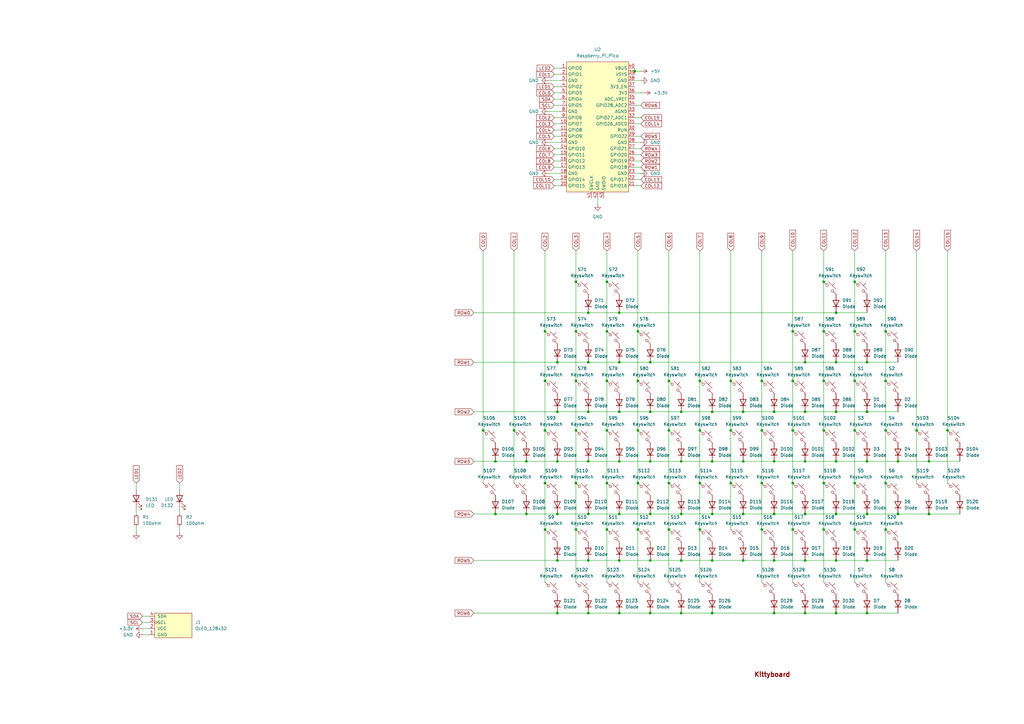
<source format=kicad_sch>
(kicad_sch (version 20231120) (generator "eeschema") (generator_version "8.0")
  (paper "A3")
  (junction (at 198.12 176.53))
  (junction (at 287.02 156.21))
  (junction (at 350.52 217.17))
  (junction (at 337.82 156.21))
  (junction (at 223.52 198.12))
  (junction (at 363.22 156.21))
  (junction (at 236.22 115.57))
  (junction (at 330.2 251.46))
  (junction (at 337.82 217.17))
  (junction (at 274.32 176.53))
  (junction (at 325.12 176.53))
  (junction (at 254 128.27))
  (junction (at 210.82 176.53))
  (junction (at 261.62 135.89))
  (junction (at 236.22 176.53))
  (junction (at 254 168.91))
  (junction (at 317.5 210.82))
  (junction (at 330.2 168.91))
  (junction (at 254 148.59))
  (junction (at 312.42 176.53))
  (junction (at 330.2 148.59))
  (junction (at 241.3 210.82))
  (junction (at 304.8 210.82))
  (junction (at 355.6 229.87))
  (junction (at 274.32 217.17))
  (junction (at 236.22 156.21))
  (junction (at 325.12 135.89))
  (junction (at 261.62 198.12))
  (junction (at 241.3 189.23))
  (junction (at 325.12 156.21))
  (junction (at 261.62 156.21))
  (junction (at 287.02 176.53))
  (junction (at 350.52 135.89))
  (junction (at 241.3 148.59))
  (junction (at 236.22 198.12))
  (junction (at 241.3 168.91))
  (junction (at 248.92 217.17))
  (junction (at 299.72 176.53))
  (junction (at 363.22 176.53))
  (junction (at 355.6 168.91))
  (junction (at 228.6 148.59))
  (junction (at 342.9 251.46))
  (junction (at 350.52 198.12))
  (junction (at 292.1 168.91))
  (junction (at 317.5 189.23))
  (junction (at 342.9 210.82))
  (junction (at 266.7 168.91))
  (junction (at 223.52 156.21))
  (junction (at 375.92 176.53))
  (junction (at 363.22 198.12))
  (junction (at 287.02 217.17))
  (junction (at 337.82 135.89))
  (junction (at 241.3 229.87))
  (junction (at 223.52 135.89))
  (junction (at 228.6 229.87))
  (junction (at 350.52 156.21))
  (junction (at 355.6 148.59))
  (junction (at 254 229.87))
  (junction (at 266.7 210.82))
  (junction (at 342.9 128.27))
  (junction (at 241.3 251.46))
  (junction (at 254 251.46))
  (junction (at 203.2 189.23))
  (junction (at 292.1 251.46))
  (junction (at 292.1 210.82))
  (junction (at 317.5 168.91))
  (junction (at 304.8 229.87))
  (junction (at 368.3 210.82))
  (junction (at 388.62 176.53))
  (junction (at 274.32 198.12))
  (junction (at 228.6 251.46))
  (junction (at 342.9 189.23))
  (junction (at 260.35 29.21))
  (junction (at 261.62 217.17))
  (junction (at 325.12 217.17))
  (junction (at 279.4 189.23))
  (junction (at 266.7 189.23))
  (junction (at 337.82 176.53))
  (junction (at 266.7 251.46))
  (junction (at 248.92 198.12))
  (junction (at 317.5 251.46))
  (junction (at 304.8 168.91))
  (junction (at 241.3 128.27))
  (junction (at 223.52 176.53))
  (junction (at 342.9 229.87))
  (junction (at 337.82 115.57))
  (junction (at 203.2 210.82))
  (junction (at 254 189.23))
  (junction (at 299.72 156.21))
  (junction (at 342.9 148.59))
  (junction (at 330.2 229.87))
  (junction (at 215.9 210.82))
  (junction (at 381 189.23))
  (junction (at 248.92 156.21))
  (junction (at 312.42 198.12))
  (junction (at 248.92 135.89))
  (junction (at 350.52 176.53))
  (junction (at 337.82 198.12))
  (junction (at 304.8 189.23))
  (junction (at 330.2 189.23))
  (junction (at 299.72 198.12))
  (junction (at 228.6 189.23))
  (junction (at 236.22 217.17))
  (junction (at 363.22 135.89))
  (junction (at 223.52 217.17))
  (junction (at 274.32 156.21))
  (junction (at 215.9 189.23))
  (junction (at 355.6 189.23))
  (junction (at 368.3 189.23))
  (junction (at 292.1 229.87))
  (junction (at 266.7 148.59))
  (junction (at 266.7 229.87))
  (junction (at 261.62 176.53))
  (junction (at 317.5 229.87))
  (junction (at 363.22 217.17))
  (junction (at 312.42 156.21))
  (junction (at 325.12 198.12))
  (junction (at 248.92 176.53))
  (junction (at 248.92 115.57))
  (junction (at 279.4 210.82))
  (junction (at 287.02 198.12))
  (junction (at 279.4 251.46))
  (junction (at 355.6 251.46))
  (junction (at 312.42 217.17))
  (junction (at 254 210.82))
  (junction (at 355.6 210.82))
  (junction (at 330.2 210.82))
  (junction (at 292.1 189.23))
  (junction (at 350.52 115.57))
  (junction (at 228.6 210.82))
  (junction (at 228.6 168.91))
  (junction (at 279.4 229.87))
  (junction (at 381 210.82))
  (junction (at 279.4 168.91))
  (junction (at 236.22 135.89))
  (junction (at 342.9 168.91))
  (wire (pts (xy 337.82 198.12) (xy 337.82 217.17)))
  (wire (pts (xy 223.52 217.17) (xy 223.52 238.76)))
  (wire (pts (xy 342.9 210.82) (xy 355.6 210.82)))
  (wire (pts (xy 245.11 81.28) (xy 245.11 83.82)))
  (wire (pts (xy 203.2 189.23) (xy 215.9 189.23)))
  (wire (pts (xy 203.2 210.82) (xy 215.9 210.82)))
  (wire (pts (xy 261.62 198.12) (xy 261.62 217.17)))
  (wire (pts (xy 299.72 156.21) (xy 299.72 176.53)))
  (wire (pts (xy 325.12 198.12) (xy 325.12 217.17)))
  (wire (pts (xy 254 229.87) (xy 266.7 229.87)))
  (wire (pts (xy 287.02 217.17) (xy 287.02 238.76)))
  (wire (pts (xy 227.33 48.26) (xy 229.87 48.26)))
  (wire (pts (xy 304.8 210.82) (xy 317.5 210.82)))
  (wire (pts (xy 260.35 66.04) (xy 262.89 66.04)))
  (wire (pts (xy 325.12 102.87) (xy 325.12 135.89)))
  (wire (pts (xy 342.9 168.91) (xy 355.6 168.91)))
  (wire (pts (xy 228.6 210.82) (xy 241.3 210.82)))
  (wire (pts (xy 260.35 50.8) (xy 262.89 50.8)))
  (wire (pts (xy 355.6 189.23) (xy 368.3 189.23)))
  (wire (pts (xy 363.22 135.89) (xy 363.22 156.21)))
  (wire (pts (xy 227.33 68.58) (xy 229.87 68.58)))
  (wire (pts (xy 224.79 71.12) (xy 229.87 71.12)))
  (wire (pts (xy 241.3 128.27) (xy 254 128.27)))
  (wire (pts (xy 355.6 229.87) (xy 368.3 229.87)))
  (wire (pts (xy 292.1 168.91) (xy 304.8 168.91)))
  (wire (pts (xy 58.42 260.35) (xy 60.96 260.35)))
  (wire (pts (xy 260.35 71.12) (xy 262.89 71.12)))
  (wire (pts (xy 248.92 115.57) (xy 248.92 135.89)))
  (wire (pts (xy 355.6 168.91) (xy 368.3 168.91)))
  (wire (pts (xy 325.12 156.21) (xy 325.12 176.53)))
  (wire (pts (xy 248.92 135.89) (xy 248.92 156.21)))
  (wire (pts (xy 215.9 210.82) (xy 228.6 210.82)))
  (wire (pts (xy 304.8 189.23) (xy 317.5 189.23)))
  (wire (pts (xy 368.3 210.82) (xy 381 210.82)))
  (wire (pts (xy 227.33 43.18) (xy 229.87 43.18)))
  (wire (pts (xy 363.22 176.53) (xy 363.22 198.12)))
  (wire (pts (xy 227.33 35.56) (xy 229.87 35.56)))
  (wire (pts (xy 266.7 251.46) (xy 279.4 251.46)))
  (wire (pts (xy 363.22 156.21) (xy 363.22 176.53)))
  (wire (pts (xy 58.42 255.27) (xy 60.96 255.27)))
  (wire (pts (xy 224.79 33.02) (xy 229.87 33.02)))
  (wire (pts (xy 330.2 229.87) (xy 342.9 229.87)))
  (wire (pts (xy 266.7 229.87) (xy 279.4 229.87)))
  (wire (pts (xy 317.5 210.82) (xy 330.2 210.82)))
  (wire (pts (xy 248.92 217.17) (xy 248.92 238.76)))
  (wire (pts (xy 227.33 27.94) (xy 229.87 27.94)))
  (wire (pts (xy 227.33 63.5) (xy 229.87 63.5)))
  (wire (pts (xy 236.22 217.17) (xy 236.22 238.76)))
  (wire (pts (xy 312.42 217.17) (xy 312.42 238.76)))
  (wire (pts (xy 304.8 168.91) (xy 317.5 168.91)))
  (wire (pts (xy 342.9 128.27) (xy 355.6 128.27)))
  (wire (pts (xy 350.52 198.12) (xy 350.52 217.17)))
  (wire (pts (xy 287.02 102.87) (xy 287.02 156.21)))
  (wire (pts (xy 260.35 73.66) (xy 262.89 73.66)))
  (wire (pts (xy 58.42 252.73) (xy 60.96 252.73)))
  (wire (pts (xy 194.31 251.46) (xy 228.6 251.46)))
  (wire (pts (xy 227.33 30.48) (xy 229.87 30.48)))
  (wire (pts (xy 210.82 176.53) (xy 210.82 198.12)))
  (wire (pts (xy 292.1 189.23) (xy 304.8 189.23)))
  (wire (pts (xy 210.82 102.87) (xy 210.82 176.53)))
  (wire (pts (xy 254 128.27) (xy 342.9 128.27)))
  (wire (pts (xy 73.66 215.9) (xy 73.66 218.44)))
  (wire (pts (xy 236.22 176.53) (xy 236.22 198.12)))
  (wire (pts (xy 279.4 168.91) (xy 292.1 168.91)))
  (wire (pts (xy 304.8 229.87) (xy 317.5 229.87)))
  (wire (pts (xy 254 168.91) (xy 266.7 168.91)))
  (wire (pts (xy 260.35 27.94) (xy 260.35 29.21)))
  (wire (pts (xy 261.62 176.53) (xy 261.62 198.12)))
  (wire (pts (xy 350.52 102.87) (xy 350.52 115.57)))
  (wire (pts (xy 375.92 102.87) (xy 375.92 176.53)))
  (wire (pts (xy 337.82 176.53) (xy 337.82 198.12)))
  (wire (pts (xy 228.6 251.46) (xy 241.3 251.46)))
  (wire (pts (xy 254 210.82) (xy 266.7 210.82)))
  (wire (pts (xy 261.62 156.21) (xy 261.62 176.53)))
  (wire (pts (xy 299.72 176.53) (xy 299.72 198.12)))
  (wire (pts (xy 292.1 210.82) (xy 304.8 210.82)))
  (wire (pts (xy 223.52 135.89) (xy 223.52 156.21)))
  (wire (pts (xy 58.42 257.81) (xy 60.96 257.81)))
  (wire (pts (xy 337.82 115.57) (xy 337.82 135.89)))
  (wire (pts (xy 274.32 198.12) (xy 274.32 217.17)))
  (wire (pts (xy 223.52 176.53) (xy 223.52 198.12)))
  (wire (pts (xy 279.4 229.87) (xy 292.1 229.87)))
  (wire (pts (xy 325.12 217.17) (xy 325.12 238.76)))
  (wire (pts (xy 224.79 45.72) (xy 229.87 45.72)))
  (wire (pts (xy 330.2 251.46) (xy 342.9 251.46)))
  (wire (pts (xy 260.35 29.21) (xy 262.89 29.21)))
  (wire (pts (xy 241.3 251.46) (xy 254 251.46)))
  (wire (pts (xy 337.82 102.87) (xy 337.82 115.57)))
  (wire (pts (xy 254 251.46) (xy 266.7 251.46)))
  (wire (pts (xy 248.92 156.21) (xy 248.92 176.53)))
  (wire (pts (xy 317.5 229.87) (xy 330.2 229.87)))
  (wire (pts (xy 325.12 176.53) (xy 325.12 198.12)))
  (wire (pts (xy 224.79 58.42) (xy 229.87 58.42)))
  (wire (pts (xy 330.2 148.59) (xy 342.9 148.59)))
  (wire (pts (xy 227.33 73.66) (xy 229.87 73.66)))
  (wire (pts (xy 330.2 168.91) (xy 342.9 168.91)))
  (wire (pts (xy 198.12 176.53) (xy 198.12 198.12)))
  (wire (pts (xy 73.66 208.28) (xy 73.66 210.82)))
  (wire (pts (xy 287.02 156.21) (xy 287.02 176.53)))
  (wire (pts (xy 342.9 148.59) (xy 355.6 148.59)))
  (wire (pts (xy 350.52 156.21) (xy 350.52 176.53)))
  (wire (pts (xy 261.62 217.17) (xy 261.62 238.76)))
  (wire (pts (xy 248.92 176.53) (xy 248.92 198.12)))
  (wire (pts (xy 368.3 189.23) (xy 381 189.23)))
  (wire (pts (xy 236.22 115.57) (xy 236.22 135.89)))
  (wire (pts (xy 223.52 198.12) (xy 223.52 217.17)))
  (wire (pts (xy 236.22 198.12) (xy 236.22 217.17)))
  (wire (pts (xy 337.82 217.17) (xy 337.82 238.76)))
  (wire (pts (xy 287.02 176.53) (xy 287.02 198.12)))
  (wire (pts (xy 194.31 168.91) (xy 228.6 168.91)))
  (wire (pts (xy 236.22 102.87) (xy 236.22 115.57)))
  (wire (pts (xy 227.33 76.2) (xy 229.87 76.2)))
  (wire (pts (xy 375.92 176.53) (xy 375.92 198.12)))
  (wire (pts (xy 227.33 38.1) (xy 229.87 38.1)))
  (wire (pts (xy 227.33 50.8) (xy 229.87 50.8)))
  (wire (pts (xy 287.02 198.12) (xy 287.02 217.17)))
  (wire (pts (xy 227.33 66.04) (xy 229.87 66.04)))
  (wire (pts (xy 355.6 148.59) (xy 368.3 148.59)))
  (wire (pts (xy 274.32 156.21) (xy 274.32 176.53)))
  (wire (pts (xy 194.31 210.82) (xy 203.2 210.82)))
  (wire (pts (xy 266.7 210.82) (xy 279.4 210.82)))
  (wire (pts (xy 363.22 198.12) (xy 363.22 217.17)))
  (wire (pts (xy 388.62 102.87) (xy 388.62 176.53)))
  (wire (pts (xy 279.4 189.23) (xy 292.1 189.23)))
  (wire (pts (xy 236.22 135.89) (xy 236.22 156.21)))
  (wire (pts (xy 194.31 128.27) (xy 241.3 128.27)))
  (wire (pts (xy 330.2 210.82) (xy 342.9 210.82)))
  (wire (pts (xy 228.6 168.91) (xy 241.3 168.91)))
  (wire (pts (xy 260.35 76.2) (xy 262.89 76.2)))
  (wire (pts (xy 312.42 198.12) (xy 312.42 217.17)))
  (wire (pts (xy 228.6 229.87) (xy 241.3 229.87)))
  (wire (pts (xy 274.32 102.87) (xy 274.32 156.21)))
  (wire (pts (xy 215.9 189.23) (xy 228.6 189.23)))
  (wire (pts (xy 388.62 176.53) (xy 388.62 198.12)))
  (wire (pts (xy 337.82 135.89) (xy 337.82 156.21)))
  (wire (pts (xy 241.3 210.82) (xy 254 210.82)))
  (wire (pts (xy 228.6 189.23) (xy 241.3 189.23)))
  (wire (pts (xy 312.42 102.87) (xy 312.42 156.21)))
  (wire (pts (xy 266.7 168.91) (xy 279.4 168.91)))
  (wire (pts (xy 241.3 229.87) (xy 254 229.87)))
  (wire (pts (xy 227.33 40.64) (xy 229.87 40.64)))
  (wire (pts (xy 299.72 198.12) (xy 299.72 217.17)))
  (wire (pts (xy 317.5 251.46) (xy 330.2 251.46)))
  (wire (pts (xy 223.52 102.87) (xy 223.52 135.89)))
  (wire (pts (xy 274.32 176.53) (xy 274.32 198.12)))
  (wire (pts (xy 381 189.23) (xy 393.7 189.23)))
  (wire (pts (xy 227.33 53.34) (xy 229.87 53.34)))
  (wire (pts (xy 236.22 156.21) (xy 236.22 176.53)))
  (wire (pts (xy 363.22 217.17) (xy 363.22 238.76)))
  (wire (pts (xy 198.12 102.87) (xy 198.12 176.53)))
  (wire (pts (xy 260.35 55.88) (xy 262.89 55.88)))
  (wire (pts (xy 261.62 135.89) (xy 261.62 156.21)))
  (wire (pts (xy 274.32 217.17) (xy 274.32 238.76)))
  (wire (pts (xy 350.52 176.53) (xy 350.52 198.12)))
  (wire (pts (xy 266.7 189.23) (xy 279.4 189.23)))
  (wire (pts (xy 260.35 48.26) (xy 262.89 48.26)))
  (wire (pts (xy 355.6 210.82) (xy 368.3 210.82)))
  (wire (pts (xy 350.52 135.89) (xy 350.52 156.21)))
  (wire (pts (xy 73.66 198.12) (xy 73.66 200.66)))
  (wire (pts (xy 55.88 208.28) (xy 55.88 210.82)))
  (wire (pts (xy 337.82 156.21) (xy 337.82 176.53)))
  (wire (pts (xy 312.42 176.53) (xy 312.42 198.12)))
  (wire (pts (xy 260.35 33.02) (xy 262.89 33.02)))
  (wire (pts (xy 260.35 58.42) (xy 262.89 58.42)))
  (wire (pts (xy 279.4 210.82) (xy 292.1 210.82)))
  (wire (pts (xy 292.1 251.46) (xy 317.5 251.46)))
  (wire (pts (xy 241.3 168.91) (xy 254 168.91)))
  (wire (pts (xy 223.52 156.21) (xy 223.52 176.53)))
  (wire (pts (xy 279.4 251.46) (xy 292.1 251.46)))
  (wire (pts (xy 292.1 229.87) (xy 304.8 229.87)))
  (wire (pts (xy 261.62 102.87) (xy 261.62 135.89)))
  (wire (pts (xy 260.35 43.18) (xy 262.89 43.18)))
  (wire (pts (xy 248.92 102.87) (xy 248.92 115.57)))
  (wire (pts (xy 241.3 148.59) (xy 254 148.59)))
  (wire (pts (xy 350.52 217.17) (xy 350.52 238.76)))
  (wire (pts (xy 317.5 189.23) (xy 330.2 189.23)))
  (wire (pts (xy 260.35 29.21) (xy 260.35 30.48)))
  (wire (pts (xy 260.35 63.5) (xy 262.89 63.5)))
  (wire (pts (xy 299.72 102.87) (xy 299.72 156.21)))
  (wire (pts (xy 342.9 251.46) (xy 355.6 251.46)))
  (wire (pts (xy 342.9 189.23) (xy 355.6 189.23)))
  (wire (pts (xy 260.35 68.58) (xy 262.89 68.58)))
  (wire (pts (xy 266.7 148.59) (xy 330.2 148.59)))
  (wire (pts (xy 260.35 60.96) (xy 262.89 60.96)))
  (wire (pts (xy 342.9 229.87) (xy 355.6 229.87)))
  (wire (pts (xy 241.3 189.23) (xy 254 189.23)))
  (wire (pts (xy 228.6 148.59) (xy 241.3 148.59)))
  (wire (pts (xy 330.2 189.23) (xy 342.9 189.23)))
  (wire (pts (xy 254 189.23) (xy 266.7 189.23)))
  (wire (pts (xy 248.92 198.12) (xy 248.92 217.17)))
  (wire (pts (xy 260.35 38.1) (xy 264.16 38.1)))
  (wire (pts (xy 55.88 215.9) (xy 55.88 218.44)))
  (wire (pts (xy 325.12 135.89) (xy 325.12 156.21)))
  (wire (pts (xy 317.5 168.91) (xy 330.2 168.91)))
  (wire (pts (xy 363.22 102.87) (xy 363.22 135.89)))
  (wire (pts (xy 254 148.59) (xy 266.7 148.59)))
  (wire (pts (xy 227.33 55.88) (xy 229.87 55.88)))
  (wire (pts (xy 350.52 115.57) (xy 350.52 135.89)))
  (wire (pts (xy 194.31 148.59) (xy 228.6 148.59)))
  (wire (pts (xy 355.6 251.46) (xy 368.3 251.46)))
  (wire (pts (xy 194.31 189.23) (xy 203.2 189.23)))
  (wire (pts (xy 55.88 198.12) (xy 55.88 200.66)))
  (wire (pts (xy 227.33 60.96) (xy 229.87 60.96)))
  (wire (pts (xy 312.42 156.21) (xy 312.42 176.53)))
  (wire (pts (xy 194.31 229.87) (xy 228.6 229.87)))
  (wire (pts (xy 381 210.82) (xy 393.7 210.82)))
  (text "Kittyboard" (at 316.738 276.86 0) (effects (font (size 1.905 1.905) (thickness 0.381) (bold yes))))
  (global_label "COL1" (shape input) (at 210.82 102.87 90) (property "Intersheetrefs" "${INTERSHEET_REFS}" (effects (hide yes))))
  (global_label "ROW1" (shape input) (at 262.89 68.58 0) (property "Intersheetrefs" "${INTERSHEET_REFS}" (effects (hide yes))))
  (global_label "ROW6" (shape input) (at 262.89 43.18 0) (property "Intersheetrefs" "${INTERSHEET_REFS}" (effects (hide yes))))
  (global_label "ROW5" (shape input) (at 194.31 229.87 180) (property "Intersheetrefs" "${INTERSHEET_REFS}" (effects (hide yes))))
  (global_label "COL1" (shape input) (at 227.33 30.48 180) (property "Intersheetrefs" "${INTERSHEET_REFS}" (effects (hide yes))))
  (global_label "COL5" (shape input) (at 227.33 55.88 180) (property "Intersheetrefs" "${INTERSHEET_REFS}" (effects (hide yes))))
  (global_label "ROW2" (shape input) (at 262.89 66.04 0) (property "Intersheetrefs" "${INTERSHEET_REFS}" (effects (hide yes))))
  (global_label "LED2" (shape input) (at 227.33 27.94 180) (property "Intersheetrefs" "${INTERSHEET_REFS}" (effects (hide yes))))
  (global_label "SCL" (shape input) (at 227.33 43.18 180) (property "Intersheetrefs" "${INTERSHEET_REFS}" (effects (hide yes))))
  (global_label "COL13" (shape input) (at 363.22 102.87 90) (property "Intersheetrefs" "${INTERSHEET_REFS}" (effects (hide yes))))
  (global_label "COL9" (shape input) (at 227.33 68.58 180) (property "Intersheetrefs" "${INTERSHEET_REFS}" (effects (hide yes))))
  (global_label "COL4" (shape input) (at 248.92 102.87 90) (property "Intersheetrefs" "${INTERSHEET_REFS}" (effects (hide yes))))
  (global_label "ROW5" (shape input) (at 262.89 55.88 0) (property "Intersheetrefs" "${INTERSHEET_REFS}" (effects (hide yes))))
  (global_label "ROW0" (shape input) (at 194.31 128.27 180) (property "Intersheetrefs" "${INTERSHEET_REFS}" (effects (hide yes))))
  (global_label "COL11" (shape input) (at 227.33 76.2 180) (property "Intersheetrefs" "${INTERSHEET_REFS}" (effects (hide yes))))
  (global_label "ROW4" (shape input) (at 194.31 210.82 180) (property "Intersheetrefs" "${INTERSHEET_REFS}" (effects (hide yes))))
  (global_label "ROW1" (shape input) (at 194.31 148.59 180) (property "Intersheetrefs" "${INTERSHEET_REFS}" (effects (hide yes))))
  (global_label "COL15" (shape input) (at 262.89 48.26 0) (property "Intersheetrefs" "${INTERSHEET_REFS}" (effects (hide yes))))
  (global_label "SCL" (shape input) (at 58.42 255.27 180) (property "Intersheetrefs" "${INTERSHEET_REFS}" (effects (hide yes))))
  (global_label "COL9" (shape input) (at 312.42 102.87 90) (property "Intersheetrefs" "${INTERSHEET_REFS}" (effects (hide yes))))
  (global_label "COL15" (shape input) (at 388.62 102.87 90) (property "Intersheetrefs" "${INTERSHEET_REFS}" (effects (hide yes))))
  (global_label "COL7" (shape input) (at 287.02 102.87 90) (property "Intersheetrefs" "${INTERSHEET_REFS}" (effects (hide yes))))
  (global_label "ROW3" (shape input) (at 262.89 63.5 0) (property "Intersheetrefs" "${INTERSHEET_REFS}" (effects (hide yes))))
  (global_label "COL6" (shape input) (at 227.33 60.96 180) (property "Intersheetrefs" "${INTERSHEET_REFS}" (effects (hide yes))))
  (global_label "COL8" (shape input) (at 227.33 66.04 180) (property "Intersheetrefs" "${INTERSHEET_REFS}" (effects (hide yes))))
  (global_label "COL4" (shape input) (at 227.33 53.34 180) (property "Intersheetrefs" "${INTERSHEET_REFS}" (effects (hide yes))))
  (global_label "COL12" (shape input) (at 350.52 102.87 90) (property "Intersheetrefs" "${INTERSHEET_REFS}" (effects (hide yes))))
  (global_label "COL10" (shape input) (at 325.12 102.87 90) (property "Intersheetrefs" "${INTERSHEET_REFS}" (effects (hide yes))))
  (global_label "ROW3" (shape input) (at 194.31 189.23 180) (property "Intersheetrefs" "${INTERSHEET_REFS}" (effects (hide yes))))
  (global_label "COL11" (shape input) (at 337.82 102.87 90) (property "Intersheetrefs" "${INTERSHEET_REFS}" (effects (hide yes))))
  (global_label "COL3" (shape input) (at 236.22 102.87 90) (property "Intersheetrefs" "${INTERSHEET_REFS}" (effects (hide yes))))
  (global_label "COL8" (shape input) (at 299.72 102.87 90) (property "Intersheetrefs" "${INTERSHEET_REFS}" (effects (hide yes))))
  (global_label "COL2" (shape input) (at 223.52 102.87 90) (property "Intersheetrefs" "${INTERSHEET_REFS}" (effects (hide yes))))
  (global_label "COL5" (shape input) (at 261.62 102.87 90) (property "Intersheetrefs" "${INTERSHEET_REFS}" (effects (hide yes))))
  (global_label "COL3" (shape input) (at 227.33 50.8 180) (property "Intersheetrefs" "${INTERSHEET_REFS}" (effects (hide yes))))
  (global_label "COL13" (shape input) (at 262.89 73.66 0) (property "Intersheetrefs" "${INTERSHEET_REFS}" (effects (hide yes))))
  (global_label "ROW6" (shape input) (at 194.31 251.46 180) (property "Intersheetrefs" "${INTERSHEET_REFS}" (effects (hide yes))))
  (global_label "COL12" (shape input) (at 262.89 76.2 0) (property "Intersheetrefs" "${INTERSHEET_REFS}" (effects (hide yes))))
  (global_label "COL2" (shape input) (at 227.33 48.26 180) (property "Intersheetrefs" "${INTERSHEET_REFS}" (effects (hide yes))))
  (global_label "LED1" (shape input) (at 55.88 198.12 90) (property "Intersheetrefs" "${INTERSHEET_REFS}" (effects (hide yes))))
  (global_label "COL10" (shape input) (at 227.33 73.66 180) (property "Intersheetrefs" "${INTERSHEET_REFS}" (effects (hide yes))))
  (global_label "COL0" (shape input) (at 227.33 38.1 180) (property "Intersheetrefs" "${INTERSHEET_REFS}" (effects (hide yes))))
  (global_label "COL6" (shape input) (at 274.32 102.87 90) (property "Intersheetrefs" "${INTERSHEET_REFS}" (effects (hide yes))))
  (global_label "SDA" (shape input) (at 227.33 40.64 180) (property "Intersheetrefs" "${INTERSHEET_REFS}" (effects (hide yes))))
  (global_label "ROW2" (shape input) (at 194.31 168.91 180) (property "Intersheetrefs" "${INTERSHEET_REFS}" (effects (hide yes))))
  (global_label "COL7" (shape input) (at 227.33 63.5 180) (property "Intersheetrefs" "${INTERSHEET_REFS}" (effects (hide yes))))
  (global_label "SDA" (shape input) (at 58.42 252.73 180) (property "Intersheetrefs" "${INTERSHEET_REFS}" (effects (hide yes))))
  (global_label "LED2" (shape input) (at 73.66 198.12 90) (property "Intersheetrefs" "${INTERSHEET_REFS}" (effects (hide yes))))
  (global_label "ROW4" (shape input) (at 262.89 60.96 0) (property "Intersheetrefs" "${INTERSHEET_REFS}" (effects (hide yes))))
  (global_label "COL0" (shape input) (at 198.12 102.87 90) (property "Intersheetrefs" "${INTERSHEET_REFS}" (effects (hide yes))))
  (global_label "COL14" (shape input) (at 262.89 50.8 0) (property "Intersheetrefs" "${INTERSHEET_REFS}" (effects (hide yes))))
  (global_label "COL14" (shape input) (at 375.92 102.87 90) (property "Intersheetrefs" "${INTERSHEET_REFS}" (effects (hide yes))))
  (global_label "LED1" (shape input) (at 227.33 35.56 180) (property "Intersheetrefs" "${INTERSHEET_REFS}" (effects (hide yes))))
  (symbol (lib_id "ScottoKeebs:Placeholder_Diode") (at 254 144.78 90) (unit 1)
    (property "Reference" "D75" (at 256.54 143.5099 90) (effects (justify right)))
    (property "Value" "Diode" (at 256.54 146.0499 90) (effects (justify right)))
    (property "Footprint" "ScottoKeebs_Components:Diode_DO-35" (effects (hide yes)))
    (property "Description" "1N4148 (DO-35) or 1N4148W (SOD-123)" (effects (hide yes)))
    (property "Sim.Device" "D" (effects (hide yes)))
    (property "Sim.Pins" "1=K 2=A" (effects (hide yes)))
  )
  (symbol (lib_id "ScottoKeebs:Placeholder_Keyswitch") (at 340.36 219.71 0) (unit 1)
    (property "Reference" "S18" (at 340.36 212.09 0))
    (property "Value" "Keyswitch" (at 340.36 214.63 0))
    (property "Footprint" "ScottoKeebs_MX:MX_PCB_1.00u" (effects (hide yes)))
    (property "Description" "Push button switch, normally open, two pins, 45° tilted" (effects (hide yes)))
  )
  (symbol (lib_id "ScottoKeebs:Placeholder_Diode") (at 292.1 185.42 90) (unit 1)
    (property "Reference" "D98" (at 294.64 184.1499 90) (effects (justify right)))
    (property "Value" "Diode" (at 294.64 186.6899 90) (effects (justify right)))
    (property "Footprint" "ScottoKeebs_Components:Diode_DO-35" (effects (hide yes)))
    (property "Description" "1N4148 (DO-35) or 1N4148W (SOD-123)" (effects (hide yes)))
    (property "Sim.Device" "D" (effects (hide yes)))
    (property "Sim.Pins" "1=K 2=A" (effects (hide yes)))
  )
  (symbol (lib_id "ScottoKeebs:Placeholder_Diode") (at 304.8 165.1 90) (unit 1)
    (property "Reference" "D83" (at 307.34 163.8299 90) (effects (justify right)))
    (property "Value" "Diode" (at 307.34 166.3699 90) (effects (justify right)))
    (property "Footprint" "ScottoKeebs_Components:Diode_DO-35" (effects (hide yes)))
    (property "Description" "1N4148 (DO-35) or 1N4148W (SOD-123)" (effects (hide yes)))
    (property "Sim.Device" "D" (effects (hide yes)))
    (property "Sim.Pins" "1=K 2=A" (effects (hide yes)))
  )
  (symbol (lib_id "ScottoKeebs:Placeholder_Diode") (at 279.4 247.65 90) (unit 1)
    (property "Reference" "D125" (at 281.94 246.3799 90) (effects (justify right)))
    (property "Value" "Diode" (at 281.94 248.9199 90) (effects (justify right)))
    (property "Footprint" "ScottoKeebs_Components:Diode_DO-35" (effects (hide yes)))
    (property "Description" "1N4148 (DO-35) or 1N4148W (SOD-123)" (effects (hide yes)))
    (property "Sim.Device" "D" (effects (hide yes)))
    (property "Sim.Pins" "1=K 2=A" (effects (hide yes)))
  )
  (symbol (lib_id "ScottoKeebs:Placeholder_Keyswitch") (at 251.46 241.3 0) (unit 1)
    (property "Reference" "S123" (at 251.46 233.68 0))
    (property "Value" "Keyswitch" (at 251.46 236.22 0))
    (property "Footprint" "ScottoKeebs_MX:MX_PCB_1.00u" (effects (hide yes)))
    (property "Description" "Push button switch, normally open, two pins, 45° tilted" (effects (hide yes)))
  )
  (symbol (lib_id "ScottoKeebs:Placeholder_Diode") (at 279.4 165.1 90) (unit 1)
    (property "Reference" "D81" (at 281.94 163.8299 90) (effects (justify right)))
    (property "Value" "Diode" (at 281.94 166.3699 90) (effects (justify right)))
    (property "Footprint" "ScottoKeebs_Components:Diode_DO-35" (effects (hide yes)))
    (property "Description" "1N4148 (DO-35) or 1N4148W (SOD-123)" (effects (hide yes)))
    (property "Sim.Device" "D" (effects (hide yes)))
    (property "Sim.Pins" "1=K 2=A" (effects (hide yes)))
  )
  (symbol (lib_id "ScottoKeebs:Placeholder_Keyswitch") (at 353.06 138.43 0) (unit 1)
    (property "Reference" "S89" (at 353.06 130.81 0))
    (property "Value" "Keyswitch" (at 353.06 133.35 0))
    (property "Footprint" "ScottoKeebs_MX:MX_PCB_1.00u" (effects (hide yes)))
    (property "Description" "Push button switch, normally open, two pins, 45° tilted" (effects (hide yes)))
  )
  (symbol (lib_id "ScottoKeebs:Placeholder_Keyswitch") (at 365.76 200.66 0) (unit 1)
    (property "Reference" "S6" (at 365.76 193.04 0))
    (property "Value" "Keyswitch" (at 365.76 195.58 0))
    (property "Footprint" "ScottoKeebs_MX:MX_PCB_1.00u" (effects (hide yes)))
    (property "Description" "Push button switch, normally open, two pins, 45° tilted" (effects (hide yes)))
  )
  (symbol (lib_id "ScottoKeebs:Placeholder_Diode") (at 342.9 165.1 90) (unit 1)
    (property "Reference" "D86" (at 345.44 163.8299 90) (effects (justify right)))
    (property "Value" "Diode" (at 345.44 166.3699 90) (effects (justify right)))
    (property "Footprint" "ScottoKeebs_Components:Diode_DO-35" (effects (hide yes)))
    (property "Description" "1N4148 (DO-35) or 1N4148W (SOD-123)" (effects (hide yes)))
    (property "Sim.Device" "D" (effects (hide yes)))
    (property "Sim.Pins" "1=K 2=A" (effects (hide yes)))
  )
  (symbol (lib_id "Device:R_Small") (at 73.66 213.36 0) (unit 1)
    (property "Reference" "R2" (at 76.2 212.0899 0) (effects (justify left)))
    (property "Value" "100ohm" (at 76.2 214.6299 0) (effects (justify left)))
    (property "Footprint" "100ohmR:YAG_PNP300_YAG" (effects (hide yes)))
    (property "Description" "Resistor, small symbol" (effects (hide yes)))
  )
  (symbol (lib_id "ScottoKeebs:Placeholder_Keyswitch") (at 340.36 138.43 0) (unit 1)
    (property "Reference" "S88" (at 340.36 130.81 0))
    (property "Value" "Keyswitch" (at 340.36 133.35 0))
    (property "Footprint" "ScottoKeebs_MX:MX_PCB_1.00u" (effects (hide yes)))
    (property "Description" "Push button switch, normally open, two pins, 45° tilted" (effects (hide yes)))
  )
  (symbol (lib_id "ScottoKeebs:Placeholder_Diode") (at 342.9 144.78 90) (unit 1)
    (property "Reference" "D88" (at 345.44 143.5099 90) (effects (justify right)))
    (property "Value" "Diode" (at 345.44 146.0499 90) (effects (justify right)))
    (property "Footprint" "ScottoKeebs_Components:Diode_DO-35" (effects (hide yes)))
    (property "Description" "1N4148 (DO-35) or 1N4148W (SOD-123)" (effects (hide yes)))
    (property "Sim.Device" "D" (effects (hide yes)))
    (property "Sim.Pins" "1=K 2=A" (effects (hide yes)))
  )
  (symbol (lib_id "ScottoKeebs:Placeholder_Keyswitch") (at 365.76 158.75 0) (unit 1)
    (property "Reference" "S2" (at 365.76 151.13 0))
    (property "Value" "Keyswitch" (at 365.76 153.67 0))
    (property "Footprint" "ScottoKeebs_MX:MX_PCB_1.00u" (effects (hide yes)))
    (property "Description" "Push button switch, normally open, two pins, 45° tilted" (effects (hide yes)))
  )
  (symbol (lib_id "ScottoKeebs:Placeholder_Diode") (at 330.2 144.78 90) (unit 1)
    (property "Reference" "D87" (at 332.74 143.5099 90) (effects (justify right)))
    (property "Value" "Diode" (at 332.74 146.0499 90) (effects (justify right)))
    (property "Footprint" "ScottoKeebs_Components:Diode_DO-35" (effects (hide yes)))
    (property "Description" "1N4148 (DO-35) or 1N4148W (SOD-123)" (effects (hide yes)))
    (property "Sim.Device" "D" (effects (hide yes)))
    (property "Sim.Pins" "1=K 2=A" (effects (hide yes)))
  )
  (symbol (lib_id "ScottoKeebs:Placeholder_Diode") (at 279.4 207.01 90) (unit 1)
    (property "Reference" "D113" (at 281.94 205.7399 90) (effects (justify right)))
    (property "Value" "Diode" (at 281.94 208.2799 90) (effects (justify right)))
    (property "Footprint" "ScottoKeebs_Components:Diode_DO-35" (effects (hide yes)))
    (property "Description" "1N4148 (DO-35) or 1N4148W (SOD-123)" (effects (hide yes)))
    (property "Sim.Device" "D" (effects (hide yes)))
    (property "Sim.Pins" "1=K 2=A" (effects (hide yes)))
  )
  (symbol (lib_id "ScottoKeebs:Placeholder_Keyswitch") (at 213.36 200.66 0) (unit 1)
    (property "Reference" "S108" (at 213.36 193.04 0))
    (property "Value" "Keyswitch" (at 213.36 195.58 0))
    (property "Footprint" "ScottoKeebs_MX:MX_PCB_1.00u" (effects (hide yes)))
    (property "Description" "Push button switch, normally open, two pins, 45° tilted" (effects (hide yes)))
  )
  (symbol (lib_id "ScottoKeebs:Placeholder_Keyswitch") (at 251.46 118.11 0) (unit 1)
    (property "Reference" "S72" (at 251.46 110.49 0))
    (property "Value" "Keyswitch" (at 251.46 113.03 0))
    (property "Footprint" "ScottoKeebs_MX:MX_PCB_1.00u" (effects (hide yes)))
    (property "Description" "Push button switch, normally open, two pins, 45° tilted" (effects (hide yes)))
  )
  (symbol (lib_id "ScottoKeebs:Placeholder_Diode") (at 203.2 207.01 90) (unit 1)
    (property "Reference" "D107" (at 205.74 205.7399 90) (effects (justify right)))
    (property "Value" "Diode" (at 205.74 208.2799 90) (effects (justify right)))
    (property "Footprint" "ScottoKeebs_Components:Diode_DO-35" (effects (hide yes)))
    (property "Description" "1N4148 (DO-35) or 1N4148W (SOD-123)" (effects (hide yes)))
    (property "Sim.Device" "D" (effects (hide yes)))
    (property "Sim.Pins" "1=K 2=A" (effects (hide yes)))
  )
  (symbol (lib_id "ScottoKeebs:Placeholder_Keyswitch") (at 353.06 200.66 0) (unit 1)
    (property "Reference" "S5" (at 353.06 193.04 0))
    (property "Value" "Keyswitch" (at 353.06 195.58 0))
    (property "Footprint" "ScottoKeebs_MX:MX_PCB_1.00u" (effects (hide yes)))
    (property "Description" "Push button switch, normally open, two pins, 45° tilted" (effects (hide yes)))
  )
  (symbol (lib_id "ScottoKeebs:Placeholder_Keyswitch") (at 353.06 179.07 0) (unit 1)
    (property "Reference" "S3" (at 353.06 171.45 0))
    (property "Value" "Keyswitch" (at 353.06 173.99 0))
    (property "Footprint" "ScottoKeebs_MX:MX_PCB_1.00u" (effects (hide yes)))
    (property "Description" "Push button switch, normally open, two pins, 45° tilted" (effects (hide yes)))
  )
  (symbol (lib_id "ScottoKeebs:Placeholder_Diode") (at 228.6 144.78 90) (unit 1)
    (property "Reference" "D73" (at 231.14 143.5099 90) (effects (justify right)))
    (property "Value" "Diode" (at 231.14 146.0499 90) (effects (justify right)))
    (property "Footprint" "ScottoKeebs_Components:Diode_DO-35" (effects (hide yes)))
    (property "Description" "1N4148 (DO-35) or 1N4148W (SOD-123)" (effects (hide yes)))
    (property "Sim.Device" "D" (effects (hide yes)))
    (property "Sim.Pins" "1=K 2=A" (effects (hide yes)))
  )
  (symbol (lib_id "ScottoKeebs:Placeholder_Diode") (at 355.6 247.65 90) (unit 1)
    (property "Reference" "D7" (at 358.14 246.3799 90) (effects (justify right)))
    (property "Value" "Diode" (at 358.14 248.9199 90) (effects (justify right)))
    (property "Footprint" "ScottoKeebs_Components:Diode_DO-35" (effects (hide yes)))
    (property "Description" "1N4148 (DO-35) or 1N4148W (SOD-123)" (effects (hide yes)))
    (property "Sim.Device" "D" (effects (hide yes)))
    (property "Sim.Pins" "1=K 2=A" (effects (hide yes)))
  )
  (symbol (lib_id "ScottoKeebs:Placeholder_Keyswitch") (at 365.76 179.07 0) (unit 1)
    (property "Reference" "S4" (at 365.76 171.45 0))
    (property "Value" "Keyswitch" (at 365.76 173.99 0))
    (property "Footprint" "ScottoKeebs_MX:MX_PCB_1.00u" (effects (hide yes)))
    (property "Description" "Push button switch, normally open, two pins, 45° tilted" (effects (hide yes)))
  )
  (symbol (lib_id "ScottoKeebs:Placeholder_Keyswitch") (at 251.46 200.66 0) (unit 1)
    (property "Reference" "S111" (at 251.46 193.04 0))
    (property "Value" "Keyswitch" (at 251.46 195.58 0))
    (property "Footprint" "ScottoKeebs_MX:MX_PCB_1.00u" (effects (hide yes)))
    (property "Description" "Push button switch, normally open, two pins, 45° tilted" (effects (hide yes)))
  )
  (symbol (lib_id "ScottoKeebs:Placeholder_Diode") (at 330.2 226.06 90) (unit 1)
    (property "Reference" "D17" (at 332.74 224.7899 90) (effects (justify right)))
    (property "Value" "Diode" (at 332.74 227.3299 90) (effects (justify right)))
    (property "Footprint" "ScottoKeebs_Components:Diode_DO-35" (effects (hide yes)))
    (property "Description" "1N4148 (DO-35) or 1N4148W (SOD-123)" (effects (hide yes)))
    (property "Sim.Device" "D" (effects (hide yes)))
    (property "Sim.Pins" "1=K 2=A" (effects (hide yes)))
  )
  (symbol (lib_id "ScottoKeebs:OLED_128x32") (at 63.5 256.54 0) (unit 1)
    (property "Reference" "J1" (at 80.01 255.2699 0) (effects (justify left)))
    (property "Value" "OLED_128x32" (at 80.01 257.8099 0) (effects (justify left)))
    (property "Footprint" "ScottoKeebs_Components:OLED_128x32" (effects (hide yes)))
  )
  (symbol (lib_id "ScottoKeebs:Placeholder_Keyswitch") (at 264.16 138.43 0) (unit 1)
    (property "Reference" "S76" (at 264.16 130.81 0))
    (property "Value" "Keyswitch" (at 264.16 133.35 0))
    (property "Footprint" "ScottoKeebs_MX:MX_PCB_1.00u" (effects (hide yes)))
    (property "Description" "Push button switch, normally open, two pins, 45° tilted" (effects (hide yes)))
  )
  (symbol (lib_id "ScottoKeebs:Placeholder_Diode") (at 254 124.46 90) (unit 1)
    (property "Reference" "D72" (at 256.54 123.1899 90) (effects (justify right)))
    (property "Value" "Diode" (at 256.54 125.7299 90) (effects (justify right)))
    (property "Footprint" "ScottoKeebs_Components:Diode_DO-35" (effects (hide yes)))
    (property "Description" "1N4148 (DO-35) or 1N4148W (SOD-123)" (effects (hide yes)))
    (property "Sim.Device" "D" (effects (hide yes)))
    (property "Sim.Pins" "1=K 2=A" (effects (hide yes)))
  )
  (symbol (lib_id "ScottoKeebs:Placeholder_Diode") (at 393.7 185.42 90) (unit 1)
    (property "Reference" "D104" (at 396.24 184.1499 90) (effects (justify right)))
    (property "Value" "Diode" (at 396.24 186.6899 90) (effects (justify right)))
    (property "Footprint" "ScottoKeebs_Components:Diode_DO-35" (effects (hide yes)))
    (property "Description" "1N4148 (DO-35) or 1N4148W (SOD-123)" (effects (hide yes)))
    (property "Sim.Device" "D" (effects (hide yes)))
    (property "Sim.Pins" "1=K 2=A" (effects (hide yes)))
  )
  (symbol (lib_id "power:GND") (at 262.89 58.42 90) (unit 1)
    (property "Reference" "#PWR04" (effects (hide yes)))
    (property "Value" "GND" (at 266.7 58.4199 90) (effects (justify right)))
    (property "Description" "Power symbol creates a global label with name \"GND\" , ground" (effects (hide yes)))
  )
  (symbol (lib_id "ScottoKeebs:Placeholder_Diode") (at 342.9 124.46 90) (unit 1)
    (property "Reference" "D91" (at 345.44 123.1899 90) (effects (justify right)))
    (property "Value" "Diode" (at 345.44 125.7299 90) (effects (justify right)))
    (property "Footprint" "ScottoKeebs_Components:Diode_DO-35" (effects (hide yes)))
    (property "Description" "1N4148 (DO-35) or 1N4148W (SOD-123)" (effects (hide yes)))
    (property "Sim.Device" "D" (effects (hide yes)))
    (property "Sim.Pins" "1=K 2=A" (effects (hide yes)))
  )
  (symbol (lib_id "ScottoKeebs:Placeholder_Diode") (at 368.3 207.01 90) (unit 1)
    (property "Reference" "D6" (at 370.84 205.7399 90) (effects (justify right)))
    (property "Value" "Diode" (at 370.84 208.2799 90) (effects (justify right)))
    (property "Footprint" "ScottoKeebs_Components:Diode_DO-35" (effects (hide yes)))
    (property "Description" "1N4148 (DO-35) or 1N4148W (SOD-123)" (effects (hide yes)))
    (property "Sim.Device" "D" (effects (hide yes)))
    (property "Sim.Pins" "1=K 2=A" (effects (hide yes)))
  )
  (symbol (lib_id "ScottoKeebs:Placeholder_Diode") (at 317.5 207.01 90) (unit 1)
    (property "Reference" "D116" (at 320.04 205.7399 90) (effects (justify right)))
    (property "Value" "Diode" (at 320.04 208.2799 90) (effects (justify right)))
    (property "Footprint" "ScottoKeebs_Components:Diode_DO-35" (effects (hide yes)))
    (property "Description" "1N4148 (DO-35) or 1N4148W (SOD-123)" (effects (hide yes)))
    (property "Sim.Device" "D" (effects (hide yes)))
    (property "Sim.Pins" "1=K 2=A" (effects (hide yes)))
  )
  (symbol (lib_id "ScottoKeebs:Placeholder_Diode") (at 254 165.1 90) (unit 1)
    (property "Reference" "D79" (at 256.54 163.8299 90) (effects (justify right)))
    (property "Value" "Diode" (at 256.54 166.3699 90) (effects (justify right)))
    (property "Footprint" "ScottoKeebs_Components:Diode_DO-35" (effects (hide yes)))
    (property "Description" "1N4148 (DO-35) or 1N4148W (SOD-123)" (effects (hide yes)))
    (property "Sim.Device" "D" (effects (hide yes)))
    (property "Sim.Pins" "1=K 2=A" (effects (hide yes)))
  )
  (symbol (lib_id "ScottoKeebs:Placeholder_Keyswitch") (at 340.36 200.66 0) (unit 1)
    (property "Reference" "S118" (at 340.36 193.04 0))
    (property "Value" "Keyswitch" (at 340.36 195.58 0))
    (property "Footprint" "ScottoKeebs_MX:MX_PCB_1.00u" (effects (hide yes)))
    (property "Description" "Push button switch, normally open, two pins, 45° tilted" (effects (hide yes)))
  )
  (symbol (lib_id "power:GND") (at 224.79 71.12 270) (unit 1)
    (property "Reference" "#PWR07" (effects (hide yes)))
    (property "Value" "GND" (at 220.98 71.1199 90) (effects (justify right)))
    (property "Description" "Power symbol creates a global label with name \"GND\" , ground" (effects (hide yes)))
  )
  (symbol (lib_id "ScottoKeebs:Placeholder_Diode") (at 266.7 247.65 90) (unit 1)
    (property "Reference" "D124" (at 269.24 246.3799 90) (effects (justify right)))
    (property "Value" "Diode" (at 269.24 248.9199 90) (effects (justify right)))
    (property "Footprint" "ScottoKeebs_Components:Diode_DO-35" (effects (hide yes)))
    (property "Description" "1N4148 (DO-35) or 1N4148W (SOD-123)" (effects (hide yes)))
    (property "Sim.Device" "D" (effects (hide yes)))
    (property "Sim.Pins" "1=K 2=A" (effects (hide yes)))
  )
  (symbol (lib_id "ScottoKeebs:Placeholder_Keyswitch") (at 226.06 179.07 0) (unit 1)
    (property "Reference" "S93" (at 226.06 171.45 0))
    (property "Value" "Keyswitch" (at 226.06 173.99 0))
    (property "Footprint" "ScottoKeebs_MX:MX_PCB_1.00u" (effects (hide yes)))
    (property "Description" "Push button switch, normally open, two pins, 45° tilted" (effects (hide yes)))
  )
  (symbol (lib_id "ScottoKeebs:Placeholder_Keyswitch") (at 238.76 118.11 0) (unit 1)
    (property "Reference" "S71" (at 238.76 110.49 0))
    (property "Value" "Keyswitch" (at 238.76 113.03 0))
    (property "Footprint" "ScottoKeebs_MX:MX_PCB_1.00u" (effects (hide yes)))
    (property "Description" "Push button switch, normally open, two pins, 45° tilted" (effects (hide yes)))
  )
  (symbol (lib_id "ScottoKeebs:MCU_Raspberry_Pi_Pico") (at 245.11 52.07 0) (unit 1)
    (property "Reference" "U2" (at 245.11 20.32 0))
    (property "Value" "Raspberry_Pi_Pico" (at 245.11 22.86 0))
    (property "Footprint" "ScottoKeebs_MCU:Raspberry_Pi_Pico" (effects (hide yes)))
  )
  (symbol (lib_id "ScottoKeebs:Placeholder_Diode") (at 266.7 165.1 90) (unit 1)
    (property "Reference" "D80" (at 269.24 163.8299 90) (effects (justify right)))
    (property "Value" "Diode" (at 269.24 166.3699 90) (effects (justify right)))
    (property "Footprint" "ScottoKeebs_Components:Diode_DO-35" (effects (hide yes)))
    (property "Description" "1N4148 (DO-35) or 1N4148W (SOD-123)" (effects (hide yes)))
    (property "Sim.Device" "D" (effects (hide yes)))
    (property "Sim.Pins" "1=K 2=A" (effects (hide yes)))
  )
  (symbol (lib_id "power:GND") (at 262.89 71.12 90) (unit 1)
    (property "Reference" "#PWR05" (effects (hide yes)))
    (property "Value" "GND" (at 266.7 71.1199 90) (effects (justify right)))
    (property "Description" "Power symbol creates a global label with name \"GND\" , ground" (effects (hide yes)))
  )
  (symbol (lib_id "ScottoKeebs:Placeholder_Keyswitch") (at 340.36 158.75 0) (unit 1)
    (property "Reference" "S86" (at 340.36 151.13 0))
    (property "Value" "Keyswitch" (at 340.36 153.67 0))
    (property "Footprint" "ScottoKeebs_MX:MX_PCB_1.00u" (effects (hide yes)))
    (property "Description" "Push button switch, normally open, two pins, 45° tilted" (effects (hide yes)))
  )
  (symbol (lib_id "ScottoKeebs:Placeholder_Keyswitch") (at 264.16 158.75 0) (unit 1)
    (property "Reference" "S80" (at 264.16 151.13 0))
    (property "Value" "Keyswitch" (at 264.16 153.67 0))
    (property "Footprint" "ScottoKeebs_MX:MX_PCB_1.00u" (effects (hide yes)))
    (property "Description" "Push button switch, normally open, two pins, 45° tilted" (effects (hide yes)))
  )
  (symbol (lib_id "ScottoKeebs:Placeholder_Diode") (at 215.9 185.42 90) (unit 1)
    (property "Reference" "D105" (at 218.44 184.1499 90) (effects (justify right)))
    (property "Value" "Diode" (at 218.44 186.6899 90) (effects (justify right)))
    (property "Footprint" "ScottoKeebs_Components:Diode_DO-35" (effects (hide yes)))
    (property "Description" "1N4148 (DO-35) or 1N4148W (SOD-123)" (effects (hide yes)))
    (property "Sim.Device" "D" (effects (hide yes)))
    (property "Sim.Pins" "1=K 2=A" (effects (hide yes)))
  )
  (symbol (lib_id "ScottoKeebs:Placeholder_Diode") (at 355.6 124.46 90) (unit 1)
    (property "Reference" "D92" (at 358.14 123.1899 90) (effects (justify right)))
    (property "Value" "Diode" (at 358.14 125.7299 90) (effects (justify right)))
    (property "Footprint" "ScottoKeebs_Components:Diode_DO-35" (effects (hide yes)))
    (property "Description" "1N4148 (DO-35) or 1N4148W (SOD-123)" (effects (hide yes)))
    (property "Sim.Device" "D" (effects (hide yes)))
    (property "Sim.Pins" "1=K 2=A" (effects (hide yes)))
  )
  (symbol (lib_id "ScottoKeebs:Placeholder_Diode") (at 355.6 226.06 90) (unit 1)
    (property "Reference" "D19" (at 358.14 224.7899 90) (effects (justify right)))
    (property "Value" "Diode" (at 358.14 227.3299 90) (effects (justify right)))
    (property "Footprint" "ScottoKeebs_Components:Diode_DO-35" (effects (hide yes)))
    (property "Description" "1N4148 (DO-35) or 1N4148W (SOD-123)" (effects (hide yes)))
    (property "Sim.Device" "D" (effects (hide yes)))
    (property "Sim.Pins" "1=K 2=A" (effects (hide yes)))
  )
  (symbol (lib_id "ScottoKeebs:Placeholder_Diode") (at 330.2 207.01 90) (unit 1)
    (property "Reference" "D117" (at 332.74 205.7399 90) (effects (justify right)))
    (property "Value" "Diode" (at 332.74 208.2799 90) (effects (justify right)))
    (property "Footprint" "ScottoKeebs_Components:Diode_DO-35" (effects (hide yes)))
    (property "Description" "1N4148 (DO-35) or 1N4148W (SOD-123)" (effects (hide yes)))
    (property "Sim.Device" "D" (effects (hide yes)))
    (property "Sim.Pins" "1=K 2=A" (effects (hide yes)))
  )
  (symbol (lib_id "ScottoKeebs:Placeholder_Diode") (at 254 185.42 90) (unit 1)
    (property "Reference" "D95" (at 256.54 184.1499 90) (effects (justify right)))
    (property "Value" "Diode" (at 256.54 186.6899 90) (effects (justify right)))
    (property "Footprint" "ScottoKeebs_Components:Diode_DO-35" (effects (hide yes)))
    (property "Description" "1N4148 (DO-35) or 1N4148W (SOD-123)" (effects (hide yes)))
    (property "Sim.Device" "D" (effects (hide yes)))
    (property "Sim.Pins" "1=K 2=A" (effects (hide yes)))
  )
  (symbol (lib_id "power:GND") (at 55.88 218.44 0) (unit 1)
    (property "Reference" "#PWR015" (effects (hide yes)))
    (property "Value" "GND" (effects (hide yes)))
    (property "Description" "Power symbol creates a global label with name \"GND\" , ground" (effects (hide yes)))
  )
  (symbol (lib_id "ScottoKeebs:Placeholder_Keyswitch") (at 353.06 219.71 0) (unit 1)
    (property "Reference" "S19" (at 353.06 212.09 0))
    (property "Value" "Keyswitch" (at 353.06 214.63 0))
    (property "Footprint" "ScottoKeebs_MX:MX_PCB_1.00u" (effects (hide yes)))
    (property "Description" "Push button switch, normally open, two pins, 45° tilted" (effects (hide yes)))
  )
  (symbol (lib_id "ScottoKeebs:Placeholder_Diode") (at 266.7 207.01 90) (unit 1)
    (property "Reference" "D112" (at 269.24 205.7399 90) (effects (justify right)))
    (property "Value" "Diode" (at 269.24 208.2799 90) (effects (justify right)))
    (property "Footprint" "ScottoKeebs_Components:Diode_DO-35" (effects (hide yes)))
    (property "Description" "1N4148 (DO-35) or 1N4148W (SOD-123)" (effects (hide yes)))
    (property "Sim.Device" "D" (effects (hide yes)))
    (property "Sim.Pins" "1=K 2=A" (effects (hide yes)))
  )
  (symbol (lib_id "ScottoKeebs:Placeholder_Diode") (at 330.2 185.42 90) (unit 1)
    (property "Reference" "D101" (at 332.74 184.1499 90) (effects (justify right)))
    (property "Value" "Diode" (at 332.74 186.6899 90) (effects (justify right)))
    (property "Footprint" "ScottoKeebs_Components:Diode_DO-35" (effects (hide yes)))
    (property "Description" "1N4148 (DO-35) or 1N4148W (SOD-123)" (effects (hide yes)))
    (property "Sim.Device" "D" (effects (hide yes)))
    (property "Sim.Pins" "1=K 2=A" (effects (hide yes)))
  )
  (symbol (lib_id "ScottoKeebs:Placeholder_Diode") (at 228.6 165.1 90) (unit 1)
    (property "Reference" "D77" (at 231.14 163.8299 90) (effects (justify right)))
    (property "Value" "Diode" (at 231.14 166.3699 90) (effects (justify right)))
    (property "Footprint" "ScottoKeebs_Components:Diode_DO-35" (effects (hide yes)))
    (property "Description" "1N4148 (DO-35) or 1N4148W (SOD-123)" (effects (hide yes)))
    (property "Sim.Device" "D" (effects (hide yes)))
    (property "Sim.Pins" "1=K 2=A" (effects (hide yes)))
  )
  (symbol (lib_id "power:GND") (at 224.79 58.42 270) (unit 1)
    (property "Reference" "#PWR09" (effects (hide yes)))
    (property "Value" "GND" (at 220.98 58.4199 90) (effects (justify right)))
    (property "Description" "Power symbol creates a global label with name \"GND\" , ground" (effects (hide yes)))
  )
  (symbol (lib_id "ScottoKeebs:Placeholder_Diode") (at 393.7 207.01 90) (unit 1)
    (property "Reference" "D120" (at 396.24 205.7399 90) (effects (justify right)))
    (property "Value" "Diode" (at 396.24 208.2799 90) (effects (justify right)))
    (property "Footprint" "ScottoKeebs_Components:Diode_DO-35" (effects (hide yes)))
    (property "Description" "1N4148 (DO-35) or 1N4148W (SOD-123)" (effects (hide yes)))
    (property "Sim.Device" "D" (effects (hide yes)))
    (property "Sim.Pins" "1=K 2=A" (effects (hide yes)))
  )
  (symbol (lib_id "ScottoKeebs:Placeholder_Diode") (at 368.3 165.1 90) (unit 1)
    (property "Reference" "D2" (at 370.84 163.8299 90) (effects (justify right)))
    (property "Value" "Diode" (at 370.84 166.3699 90) (effects (justify right)))
    (property "Footprint" "ScottoKeebs_Components:Diode_DO-35" (effects (hide yes)))
    (property "Description" "1N4148 (DO-35) or 1N4148W (SOD-123)" (effects (hide yes)))
    (property "Sim.Device" "D" (effects (hide yes)))
    (property "Sim.Pins" "1=K 2=A" (effects (hide yes)))
  )
  (symbol (lib_id "ScottoKeebs:Placeholder_Keyswitch") (at 391.16 179.07 0) (unit 1)
    (property "Reference" "S104" (at 391.16 171.45 0))
    (property "Value" "Keyswitch" (at 391.16 173.99 0))
    (property "Footprint" "ScottoKeebs_MX:MX_PCB_1.00u" (effects (hide yes)))
    (property "Description" "Push button switch, normally open, two pins, 45° tilted" (effects (hide yes)))
  )
  (symbol (lib_id "ScottoKeebs:Placeholder_Diode") (at 203.2 185.42 90) (unit 1)
    (property "Reference" "D106" (at 205.74 184.1499 90) (effects (justify right)))
    (property "Value" "Diode" (at 205.74 186.6899 90) (effects (justify right)))
    (property "Footprint" "ScottoKeebs_Components:Diode_DO-35" (effects (hide yes)))
    (property "Description" "1N4148 (DO-35) or 1N4148W (SOD-123)" (effects (hide yes)))
    (property "Sim.Device" "D" (effects (hide yes)))
    (property "Sim.Pins" "1=K 2=A" (effects (hide yes)))
  )
  (symbol (lib_id "ScottoKeebs:Placeholder_Keyswitch") (at 251.46 179.07 0) (unit 1)
    (property "Reference" "S95" (at 251.46 171.45 0))
    (property "Value" "Keyswitch" (at 251.46 173.99 0))
    (property "Footprint" "ScottoKeebs_MX:MX_PCB_1.00u" (effects (hide yes)))
    (property "Description" "Push button switch, normally open, two pins, 45° tilted" (effects (hide yes)))
  )
  (symbol (lib_id "ScottoKeebs:Placeholder_Keyswitch") (at 238.76 179.07 0) (unit 1)
    (property "Reference" "S94" (at 238.76 171.45 0))
    (property "Value" "Keyswitch" (at 238.76 173.99 0))
    (property "Footprint" "ScottoKeebs_MX:MX_PCB_1.00u" (effects (hide yes)))
    (property "Description" "Push button switch, normally open, two pins, 45° tilted" (effects (hide yes)))
  )
  (symbol (lib_id "Device:LED") (at 55.88 204.47 90) (unit 1)
    (property "Reference" "D131" (at 59.69 204.7874 90) (effects (justify right)))
    (property "Value" "LED" (at 59.69 207.3274 90) (effects (justify right)))
    (property "Footprint" "LED_THT:LED_D5.0mm" (effects (hide yes)))
    (property "Description" "Light emitting diode" (effects (hide yes)))
  )
  (symbol (lib_id "ScottoKeebs:Placeholder_Keyswitch") (at 340.36 118.11 0) (unit 1)
    (property "Reference" "S91" (at 340.36 110.49 0))
    (property "Value" "Keyswitch" (at 340.36 113.03 0))
    (property "Footprint" "ScottoKeebs_MX:MX_PCB_1.00u" (effects (hide yes)))
    (property "Description" "Push button switch, normally open, two pins, 45° tilted" (effects (hide yes)))
  )
  (symbol (lib_id "ScottoKeebs:Placeholder_Diode") (at 254 247.65 90) (unit 1)
    (property "Reference" "D123" (at 256.54 246.3799 90) (effects (justify right)))
    (property "Value" "Diode" (at 256.54 248.9199 90) (effects (justify right)))
    (property "Footprint" "ScottoKeebs_Components:Diode_DO-35" (effects (hide yes)))
    (property "Description" "1N4148 (DO-35) or 1N4148W (SOD-123)" (effects (hide yes)))
    (property "Sim.Device" "D" (effects (hide yes)))
    (property "Sim.Pins" "1=K 2=A" (effects (hide yes)))
  )
  (symbol (lib_id "ScottoKeebs:Placeholder_Keyswitch") (at 213.36 179.07 0) (unit 1)
    (property "Reference" "S105" (at 213.36 171.45 0))
    (property "Value" "Keyswitch" (at 213.36 173.99 0))
    (property "Footprint" "ScottoKeebs_MX:MX_PCB_1.00u" (effects (hide yes)))
    (property "Description" "Push button switch, normally open, two pins, 45° tilted" (effects (hide yes)))
  )
  (symbol (lib_id "ScottoKeebs:Placeholder_Diode") (at 342.9 226.06 90) (unit 1)
    (property "Reference" "D18" (at 345.44 224.7899 90) (effects (justify right)))
    (property "Value" "Diode" (at 345.44 227.3299 90) (effects (justify right)))
    (property "Footprint" "ScottoKeebs_Components:Diode_DO-35" (effects (hide yes)))
    (property "Description" "1N4148 (DO-35) or 1N4148W (SOD-123)" (effects (hide yes)))
    (property "Sim.Device" "D" (effects (hide yes)))
    (property "Sim.Pins" "1=K 2=A" (effects (hide yes)))
  )
  (symbol (lib_id "ScottoKeebs:Placeholder_Diode") (at 292.1 226.06 90) (unit 1)
    (property "Reference" "D14" (at 294.64 224.7899 90) (effects (justify right)))
    (property "Value" "Diode" (at 294.64 227.3299 90) (effects (justify right)))
    (property "Footprint" "ScottoKeebs_Components:Diode_DO-35" (effects (hide yes)))
    (property "Description" "1N4148 (DO-35) or 1N4148W (SOD-123)" (effects (hide yes)))
    (property "Sim.Device" "D" (effects (hide yes)))
    (property "Sim.Pins" "1=K 2=A" (effects (hide yes)))
  )
  (symbol (lib_id "ScottoKeebs:Placeholder_Keyswitch") (at 200.66 179.07 0) (unit 1)
    (property "Reference" "S106" (at 200.66 171.45 0))
    (property "Value" "Keyswitch" (at 200.66 173.99 0))
    (property "Footprint" "ScottoKeebs_MX:MX_PCB_1.00u" (effects (hide yes)))
    (property "Description" "Push button switch, normally open, two pins, 45° tilted" (effects (hide yes)))
  )
  (symbol (lib_id "ScottoKeebs:Placeholder_Diode") (at 228.6 226.06 90) (unit 1)
    (property "Reference" "D9" (at 231.14 224.7899 90) (effects (justify right)))
    (property "Value" "Diode" (at 231.14 227.3299 90) (effects (justify right)))
    (property "Footprint" "ScottoKeebs_Components:Diode_DO-35" (effects (hide yes)))
    (property "Description" "1N4148 (DO-35) or 1N4148W (SOD-123)" (effects (hide yes)))
    (property "Sim.Device" "D" (effects (hide yes)))
    (property "Sim.Pins" "1=K 2=A" (effects (hide yes)))
  )
  (symbol (lib_id "ScottoKeebs:Placeholder_Keyswitch") (at 378.46 179.07 0) (unit 1)
    (property "Reference" "S103" (at 378.46 171.45 0))
    (property "Value" "Keyswitch" (at 378.46 173.99 0))
    (property "Footprint" "ScottoKeebs_MX:MX_PCB_1.00u" (effects (hide yes)))
    (property "Description" "Push button switch, normally open, two pins, 45° tilted" (effects (hide yes)))
  )
  (symbol (lib_id "ScottoKeebs:Placeholder_Diode") (at 254 226.06 90) (unit 1)
    (property "Reference" "D11" (at 256.54 224.7899 90) (effects (justify right)))
    (property "Value" "Diode" (at 256.54 227.3299 90) (effects (justify right)))
    (property "Footprint" "ScottoKeebs_Components:Diode_DO-35" (effects (hide yes)))
    (property "Description" "1N4148 (DO-35) or 1N4148W (SOD-123)" (effects (hide yes)))
    (property "Sim.Device" "D" (effects (hide yes)))
    (property "Sim.Pins" "1=K 2=A" (effects (hide yes)))
  )
  (symbol (lib_id "ScottoKeebs:Placeholder_Keyswitch") (at 226.06 200.66 0) (unit 1)
    (property "Reference" "S109" (at 226.06 193.04 0))
    (property "Value" "Keyswitch" (at 226.06 195.58 0))
    (property "Footprint" "ScottoKeebs_MX:MX_PCB_1.00u" (effects (hide yes)))
    (property "Description" "Push button switch, normally open, two pins, 45° tilted" (effects (hide yes)))
  )
  (symbol (lib_id "ScottoKeebs:Placeholder_Diode") (at 342.9 207.01 90) (unit 1)
    (property "Reference" "D118" (at 345.44 205.7399 90) (effects (justify right)))
    (property "Value" "Diode" (at 345.44 208.2799 90) (effects (justify right)))
    (property "Footprint" "ScottoKeebs_Components:Diode_DO-35" (effects (hide yes)))
    (property "Description" "1N4148 (DO-35) or 1N4148W (SOD-123)" (effects (hide yes)))
    (property "Sim.Device" "D" (effects (hide yes)))
    (property "Sim.Pins" "1=K 2=A" (effects (hide yes)))
  )
  (symbol (lib_id "ScottoKeebs:Placeholder_Keyswitch") (at 365.76 138.43 0) (unit 1)
    (property "Reference" "S90" (at 365.76 130.81 0))
    (property "Value" "Keyswitch" (at 365.76 133.35 0))
    (property "Footprint" "ScottoKeebs_MX:MX_PCB_1.00u" (effects (hide yes)))
    (property "Description" "Push button switch, normally open, two pins, 45° tilted" (effects (hide yes)))
  )
  (symbol (lib_id "ScottoKeebs:Placeholder_Keyswitch") (at 226.06 219.71 0) (unit 1)
    (property "Reference" "S9" (at 226.06 212.09 0))
    (property "Value" "Keyswitch" (at 226.06 214.63 0))
    (property "Footprint" "ScottoKeebs_MX:MX_PCB_1.00u" (effects (hide yes)))
    (property "Description" "Push button switch, normally open, two pins, 45° tilted" (effects (hide yes)))
  )
  (symbol (lib_id "ScottoKeebs:Placeholder_Keyswitch") (at 365.76 219.71 0) (unit 1)
    (property "Reference" "S20" (at 365.76 212.09 0))
    (property "Value" "Keyswitch" (at 365.76 214.63 0))
    (property "Footprint" "ScottoKeebs_MX:MX_PCB_1.00u" (effects (hide yes)))
    (property "Description" "Push button switch, normally open, two pins, 45° tilted" (effects (hide yes)))
  )
  (symbol (lib_id "ScottoKeebs:Placeholder_Diode") (at 304.8 207.01 90) (unit 1)
    (property "Reference" "D115" (at 307.34 205.7399 90) (effects (justify right)))
    (property "Value" "Diode" (at 307.34 208.2799 90) (effects (justify right)))
    (property "Footprint" "ScottoKeebs_Components:Diode_DO-35" (effects (hide yes)))
    (property "Description" "1N4148 (DO-35) or 1N4148W (SOD-123)" (effects (hide yes)))
    (property "Sim.Device" "D" (effects (hide yes)))
    (property "Sim.Pins" "1=K 2=A" (effects (hide yes)))
  )
  (symbol (lib_id "power:GND") (at 58.42 260.35 270) (unit 1)
    (property "Reference" "#PWR08" (effects (hide yes)))
    (property "Value" "GND" (at 54.61 260.3499 90) (effects (justify right)))
    (property "Description" "Power symbol creates a global label with name \"GND\" , ground" (effects (hide yes)))
  )
  (symbol (lib_id "ScottoKeebs:Placeholder_Diode") (at 279.4 185.42 90) (unit 1)
    (property "Reference" "D97" (at 281.94 184.1499 90) (effects (justify right)))
    (property "Value" "Diode" (at 281.94 186.6899 90) (effects (justify right)))
    (property "Footprint" "ScottoKeebs_Components:Diode_DO-35" (effects (hide yes)))
    (property "Description" "1N4148 (DO-35) or 1N4148W (SOD-123)" (effects (hide yes)))
    (property "Sim.Device" "D" (effects (hide yes)))
    (property "Sim.Pins" "1=K 2=A" (effects (hide yes)))
  )
  (symbol (lib_id "ScottoKeebs:Placeholder_Diode") (at 355.6 185.42 90) (unit 1)
    (property "Reference" "D3" (at 358.14 184.1499 90) (effects (justify right)))
    (property "Value" "Diode" (at 358.14 186.6899 90) (effects (justify right)))
    (property "Footprint" "ScottoKeebs_Components:Diode_DO-35" (effects (hide yes)))
    (property "Description" "1N4148 (DO-35) or 1N4148W (SOD-123)" (effects (hide yes)))
    (property "Sim.Device" "D" (effects (hide yes)))
    (property "Sim.Pins" "1=K 2=A" (effects (hide yes)))
  )
  (symbol (lib_id "ScottoKeebs:Placeholder_Diode") (at 317.5 165.1 90) (unit 1)
    (property "Reference" "D84" (at 320.04 163.8299 90) (effects (justify right)))
    (property "Value" "Diode" (at 320.04 166.3699 90) (effects (justify right)))
    (property "Footprint" "ScottoKeebs_Components:Diode_DO-35" (effects (hide yes)))
    (property "Description" "1N4148 (DO-35) or 1N4148W (SOD-123)" (effects (hide yes)))
    (property "Sim.Device" "D" (effects (hide yes)))
    (property "Sim.Pins" "1=K 2=A" (effects (hide yes)))
  )
  (symbol (lib_id "ScottoKeebs:Placeholder_Diode") (at 355.6 144.78 90) (unit 1)
    (property "Reference" "D89" (at 358.14 143.5099 90) (effects (justify right)))
    (property "Value" "Diode" (at 358.14 146.0499 90) (effects (justify right)))
    (property "Footprint" "ScottoKeebs_Components:Diode_DO-35" (effects (hide yes)))
    (property "Description" "1N4148 (DO-35) or 1N4148W (SOD-123)" (effects (hide yes)))
    (property "Sim.Device" "D" (effects (hide yes)))
    (property "Sim.Pins" "1=K 2=A" (effects (hide yes)))
  )
  (symbol (lib_id "ScottoKeebs:Placeholder_Keyswitch") (at 302.26 158.75 0) (unit 1)
    (property "Reference" "S83" (at 302.26 151.13 0))
    (property "Value" "Keyswitch" (at 302.26 153.67 0))
    (property "Footprint" "ScottoKeebs_MX:MX_PCB_1.00u" (effects (hide yes)))
    (property "Description" "Push button switch, normally open, two pins, 45° tilted" (effects (hide yes)))
  )
  (symbol (lib_id "ScottoKeebs:Placeholder_Keyswitch") (at 314.96 241.3 0) (unit 1)
    (property "Reference" "S128" (at 314.96 233.68 0))
    (property "Value" "Keyswitch" (at 314.96 236.22 0))
    (property "Footprint" "ScottoKeebs_MX:MX_PCB_1.00u" (effects (hide yes)))
    (property "Description" "Push button switch, normally open, two pins, 45° tilted" (effects (hide yes)))
  )
  (symbol (lib_id "ScottoKeebs:Placeholder_Keyswitch") (at 251.46 158.75 0) (unit 1)
    (property "Reference" "S79" (at 251.46 151.13 0))
    (property "Value" "Keyswitch" (at 251.46 153.67 0))
    (property "Footprint" "ScottoKeebs_MX:MX_PCB_1.00u" (effects (hide yes)))
    (property "Description" "Push button switch, normally open, two pins, 45° tilted" (effects (hide yes)))
  )
  (symbol (lib_id "ScottoKeebs:Placeholder_Keyswitch") (at 264.16 219.71 0) (unit 1)
    (property "Reference" "S12" (at 264.16 212.09 0))
    (property "Value" "Keyswitch" (at 264.16 214.63 0))
    (property "Footprint" "ScottoKeebs_MX:MX_PCB_1.00u" (effects (hide yes)))
    (property "Description" "Push button switch, normally open, two pins, 45° tilted" (effects (hide yes)))
  )
  (symbol (lib_id "ScottoKeebs:Placeholder_Keyswitch") (at 276.86 219.71 0) (unit 1)
    (property "Reference" "S13" (at 276.86 212.09 0))
    (property "Value" "Keyswitch" (at 276.86 214.63 0))
    (property "Footprint" "ScottoKeebs_MX:MX_PCB_1.00u" (effects (hide yes)))
    (property "Description" "Push button switch, normally open, two pins, 45° tilted" (effects (hide yes)))
  )
  (symbol (lib_id "ScottoKeebs:Placeholder_Keyswitch") (at 365.76 241.3 0) (unit 1)
    (property "Reference" "S8" (at 365.76 233.68 0))
    (property "Value" "Keyswitch" (at 365.76 236.22 0))
    (property "Footprint" "ScottoKeebs_MX:MX_PCB_1.00u" (effects (hide yes)))
    (property "Description" "Push button switch, normally open, two pins, 45° tilted" (effects (hide yes)))
  )
  (symbol (lib_id "ScottoKeebs:Placeholder_Keyswitch") (at 289.56 179.07 0) (unit 1)
    (property "Reference" "S98" (at 289.56 171.45 0))
    (property "Value" "Keyswitch" (at 289.56 173.99 0))
    (property "Footprint" "ScottoKeebs_MX:MX_PCB_1.00u" (effects (hide yes)))
    (property "Description" "Push button switch, normally open, two pins, 45° tilted" (effects (hide yes)))
  )
  (symbol (lib_id "ScottoKeebs:Placeholder_Keyswitch") (at 302.26 179.07 0) (unit 1)
    (property "Reference" "S99" (at 302.26 171.45 0))
    (property "Value" "Keyswitch" (at 302.26 173.99 0))
    (property "Footprint" "ScottoKeebs_MX:MX_PCB_1.00u" (effects (hide yes)))
    (property "Description" "Push button switch, normally open, two pins, 45° tilted" (effects (hide yes)))
  )
  (symbol (lib_id "ScottoKeebs:Placeholder_Keyswitch") (at 264.16 200.66 0) (unit 1)
    (property "Reference" "S112" (at 264.16 193.04 0))
    (property "Value" "Keyswitch" (at 264.16 195.58 0))
    (property "Footprint" "ScottoKeebs_MX:MX_PCB_1.00u" (effects (hide yes)))
    (property "Description" "Push button switch, normally open, two pins, 45° tilted" (effects (hide yes)))
  )
  (symbol (lib_id "ScottoKeebs:Placeholder_Diode") (at 266.7 144.78 90) (unit 1)
    (property "Reference" "D76" (at 269.24 143.5099 90) (effects (justify right)))
    (property "Value" "Diode" (at 269.24 146.0499 90) (effects (justify right)))
    (property "Footprint" "ScottoKeebs_Components:Diode_DO-35" (effects (hide yes)))
    (property "Description" "1N4148 (DO-35) or 1N4148W (SOD-123)" (effects (hide yes)))
    (property "Sim.Device" "D" (effects (hide yes)))
    (property "Sim.Pins" "1=K 2=A" (effects (hide yes)))
  )
  (symbol (lib_id "ScottoKeebs:Placeholder_Keyswitch") (at 251.46 138.43 0) (unit 1)
    (property "Reference" "S75" (at 251.46 130.81 0))
    (property "Value" "Keyswitch" (at 251.46 133.35 0))
    (property "Footprint" "ScottoKeebs_MX:MX_PCB_1.00u" (effects (hide yes)))
    (property "Description" "Push button switch, normally open, two pins, 45° tilted" (effects (hide yes)))
  )
  (symbol (lib_id "ScottoKeebs:Placeholder_Keyswitch") (at 314.96 158.75 0) (unit 1)
    (property "Reference" "S84" (at 314.96 151.13 0))
    (property "Value" "Keyswitch" (at 314.96 153.67 0))
    (property "Footprint" "ScottoKeebs_MX:MX_PCB_1.00u" (effects (hide yes)))
    (property "Description" "Push button switch, normally open, two pins, 45° tilted" (effects (hide yes)))
  )
  (symbol (lib_id "ScottoKeebs:Placeholder_Keyswitch") (at 327.66 179.07 0) (unit 1)
    (property "Reference" "S101" (at 327.66 171.45 0))
    (property "Value" "Keyswitch" (at 327.66 173.99 0))
    (property "Footprint" "ScottoKeebs_MX:MX_PCB_1.00u" (effects (hide yes)))
    (property "Description" "Push button switch, normally open, two pins, 45° tilted" (effects (hide yes)))
  )
  (symbol (lib_id "ScottoKeebs:Placeholder_Keyswitch") (at 314.96 200.66 0) (unit 1)
    (property "Reference" "S116" (at 314.96 193.04 0))
    (property "Value" "Keyswitch" (at 314.96 195.58 0))
    (property "Footprint" "ScottoKeebs_MX:MX_PCB_1.00u" (effects (hide yes)))
    (property "Description" "Push button switch, normally open, two pins, 45° tilted" (effects (hide yes)))
  )
  (symbol (lib_id "ScottoKeebs:Placeholder_Diode") (at 304.8 185.42 90) (unit 1)
    (property "Reference" "D99" (at 307.34 184.1499 90) (effects (justify right)))
    (property "Value" "Diode" (at 307.34 186.6899 90) (effects (justify right)))
    (property "Footprint" "ScottoKeebs_Components:Diode_DO-35" (effects (hide yes)))
    (property "Description" "1N4148 (DO-35) or 1N4148W (SOD-123)" (effects (hide yes)))
    (property "Sim.Device" "D" (effects (hide yes)))
    (property "Sim.Pins" "1=K 2=A" (effects (hide yes)))
  )
  (symbol (lib_id "ScottoKeebs:Placeholder_Diode") (at 317.5 247.65 90) (unit 1)
    (property "Reference" "D128" (at 320.04 246.3799 90) (effects (justify right)))
    (property "Value" "Diode" (at 320.04 248.9199 90) (effects (justify right)))
    (property "Footprint" "ScottoKeebs_Components:Diode_DO-35" (effects (hide yes)))
    (property "Description" "1N4148 (DO-35) or 1N4148W (SOD-123)" (effects (hide yes)))
    (property "Sim.Device" "D" (effects (hide yes)))
    (property "Sim.Pins" "1=K 2=A" (effects (hide yes)))
  )
  (symbol (lib_id "ScottoKeebs:Placeholder_Diode") (at 266.7 185.42 90) (unit 1)
    (property "Reference" "D96" (at 269.24 184.1499 90) (effects (justify right)))
    (property "Value" "Diode" (at 269.24 186.6899 90) (effects (justify right)))
    (property "Footprint" "ScottoKeebs_Components:Diode_DO-35" (effects (hide yes)))
    (property "Description" "1N4148 (DO-35) or 1N4148W (SOD-123)" (effects (hide yes)))
    (property "Sim.Device" "D" (effects (hide yes)))
    (property "Sim.Pins" "1=K 2=A" (effects (hide yes)))
  )
  (symbol (lib_id "ScottoKeebs:Placeholder_Diode") (at 381 207.01 90) (unit 1)
    (property "Reference" "D119" (at 383.54 205.7399 90) (effects (justify right)))
    (property "Value" "Diode" (at 383.54 208.2799 90) (effects (justify right)))
    (property "Footprint" "ScottoKeebs_Components:Diode_DO-35" (effects (hide yes)))
    (property "Description" "1N4148 (DO-35) or 1N4148W (SOD-123)" (effects (hide yes)))
    (property "Sim.Device" "D" (effects (hide yes)))
    (property "Sim.Pins" "1=K 2=A" (effects (hide yes)))
  )
  (symbol (lib_id "ScottoKeebs:Placeholder_Diode") (at 368.3 226.06 90) (unit 1)
    (property "Reference" "D20" (at 370.84 224.7899 90) (effects (justify right)))
    (property "Value" "Diode" (at 370.84 227.3299 90) (effects (justify right)))
    (property "Footprint" "ScottoKeebs_Components:Diode_DO-35" (effects (hide yes)))
    (property "Description" "1N4148 (DO-35) or 1N4148W (SOD-123)" (effects (hide yes)))
    (property "Sim.Device" "D" (effects (hide yes)))
    (property "Sim.Pins" "1=K 2=A" (effects (hide yes)))
  )
  (symbol (lib_id "ScottoKeebs:Placeholder_Keyswitch") (at 226.06 241.3 0) (unit 1)
    (property "Reference" "S121" (at 226.06 233.68 0))
    (property "Value" "Keyswitch" (at 226.06 236.22 0))
    (property "Footprint" "ScottoKeebs_MX:MX_PCB_1.00u" (effects (hide yes)))
    (property "Description" "Push button switch, normally open, two pins, 45° tilted" (effects (hide yes)))
  )
  (symbol (lib_id "ScottoKeebs:Placeholder_Keyswitch") (at 276.86 179.07 0) (unit 1)
    (property "Reference" "S97" (at 276.86 171.45 0))
    (property "Value" "Keyswitch" (at 276.86 173.99 0))
    (property "Footprint" "ScottoKeebs_MX:MX_PCB_1.00u" (effects (hide yes)))
    (property "Description" "Push button switch, normally open, two pins, 45° tilted" (effects (hide yes)))
  )
  (symbol (lib_id "ScottoKeebs:Placeholder_Keyswitch") (at 264.16 241.3 0) (unit 1)
    (property "Reference" "S124" (at 264.16 233.68 0))
    (property "Value" "Keyswitch" (at 264.16 236.22 0))
    (property "Footprint" "ScottoKeebs_MX:MX_PCB_1.00u" (effects (hide yes)))
    (property "Description" "Push button switch, normally open, two pins, 45° tilted" (effects (hide yes)))
  )
  (symbol (lib_id "ScottoKeebs:Placeholder_Keyswitch") (at 226.06 138.43 0) (unit 1)
    (property "Reference" "S73" (at 226.06 130.81 0))
    (property "Value" "Keyswitch" (at 226.06 133.35 0))
    (property "Footprint" "ScottoKeebs_MX:MX_PCB_1.00u" (effects (hide yes)))
    (property "Description" "Push button switch, normally open, two pins, 45° tilted" (effects (hide yes)))
  )
  (symbol (lib_id "ScottoKeebs:Placeholder_Keyswitch") (at 302.26 219.71 0) (unit 1)
    (property "Reference" "S15" (at 302.26 212.09 0))
    (property "Value" "Keyswitch" (at 302.26 214.63 0))
    (property "Footprint" "ScottoKeebs_MX:MX_PCB_1.00u" (effects (hide yes)))
    (property "Description" "Push button switch, normally open, two pins, 45° tilted" (effects (hide yes)))
  )
  (symbol (lib_id "ScottoKeebs:Placeholder_Diode") (at 368.3 185.42 90) (unit 1)
    (property "Reference" "D4" (at 370.84 184.1499 90) (effects (justify right)))
    (property "Value" "Diode" (at 370.84 186.6899 90) (effects (justify right)))
    (property "Footprint" "ScottoKeebs_Components:Diode_DO-35" (effects (hide yes)))
    (property "Description" "1N4148 (DO-35) or 1N4148W (SOD-123)" (effects (hide yes)))
    (property "Sim.Device" "D" (effects (hide yes)))
    (property "Sim.Pins" "1=K 2=A" (effects (hide yes)))
  )
  (symbol (lib_id "ScottoKeebs:Placeholder_Keyswitch") (at 340.36 179.07 0) (unit 1)
    (property "Reference" "S102" (at 340.36 171.45 0))
    (property "Value" "Keyswitch" (at 340.36 173.99 0))
    (property "Footprint" "ScottoKeebs_MX:MX_PCB_1.00u" (effects (hide yes)))
    (property "Description" "Push button switch, normally open, two pins, 45° tilted" (effects (hide yes)))
  )
  (symbol (lib_id "ScottoKeebs:Placeholder_Keyswitch") (at 340.36 241.3 0) (unit 1)
    (property "Reference" "S130" (at 340.36 233.68 0))
    (property "Value" "Keyswitch" (at 340.36 236.22 0))
    (property "Footprint" "ScottoKeebs_MX:MX_PCB_1.00u" (effects (hide yes)))
    (property "Description" "Push button switch, normally open, two pins, 45° tilted" (effects (hide yes)))
  )
  (symbol (lib_id "ScottoKeebs:Placeholder_Diode") (at 241.3 165.1 90) (unit 1)
    (property "Reference" "D78" (at 243.84 163.8299 90) (effects (justify right)))
    (property "Value" "Diode" (at 243.84 166.3699 90) (effects (justify right)))
    (property "Footprint" "ScottoKeebs_Components:Diode_DO-35" (effects (hide yes)))
    (property "Description" "1N4148 (DO-35) or 1N4148W (SOD-123)" (effects (hide yes)))
    (property "Sim.Device" "D" (effects (hide yes)))
    (property "Sim.Pins" "1=K 2=A" (effects (hide yes)))
  )
  (symbol (lib_id "ScottoKeebs:Placeholder_Keyswitch") (at 276.86 200.66 0) (unit 1)
    (property "Reference" "S113" (at 276.86 193.04 0))
    (property "Value" "Keyswitch" (at 276.86 195.58 0))
    (property "Footprint" "ScottoKeebs_MX:MX_PCB_1.00u" (effects (hide yes)))
    (property "Description" "Push button switch, normally open, two pins, 45° tilted" (effects (hide yes)))
  )
  (symbol (lib_id "ScottoKeebs:Placeholder_Diode") (at 241.3 144.78 90) (unit 1)
    (property "Reference" "D74" (at 243.84 143.5099 90) (effects (justify right)))
    (property "Value" "Diode" (at 243.84 146.0499 90) (effects (justify right)))
    (property "Footprint" "ScottoKeebs_Components:Diode_DO-35" (effects (hide yes)))
    (property "Description" "1N4148 (DO-35) or 1N4148W (SOD-123)" (effects (hide yes)))
    (property "Sim.Device" "D" (effects (hide yes)))
    (property "Sim.Pins" "1=K 2=A" (effects (hide yes)))
  )
  (symbol (lib_id "ScottoKeebs:Placeholder_Diode") (at 317.5 226.06 90) (unit 1)
    (property "Reference" "D16" (at 320.04 224.7899 90) (effects (justify right)))
    (property "Value" "Diode" (at 320.04 227.3299 90) (effects (justify right)))
    (property "Footprint" "ScottoKeebs_Components:Diode_DO-35" (effects (hide yes)))
    (property "Description" "1N4148 (DO-35) or 1N4148W (SOD-123)" (effects (hide yes)))
    (property "Sim.Device" "D" (effects (hide yes)))
    (property "Sim.Pins" "1=K 2=A" (effects (hide yes)))
  )
  (symbol (lib_id "ScottoKeebs:Placeholder_Diode") (at 279.4 226.06 90) (unit 1)
    (property "Reference" "D13" (at 281.94 224.7899 90) (effects (justify right)))
    (property "Value" "Diode" (at 281.94 227.3299 90) (effects (justify right)))
    (property "Footprint" "ScottoKeebs_Components:Diode_DO-35" (effects (hide yes)))
    (property "Description" "1N4148 (DO-35) or 1N4148W (SOD-123)" (effects (hide yes)))
    (property "Sim.Device" "D" (effects (hide yes)))
    (property "Sim.Pins" "1=K 2=A" (effects (hide yes)))
  )
  (symbol (lib_id "ScottoKeebs:Placeholder_Diode") (at 241.3 247.65 90) (unit 1)
    (property "Reference" "D122" (at 243.84 246.3799 90) (effects (justify right)))
    (property "Value" "Diode" (at 243.84 248.9199 90) (effects (justify right)))
    (property "Footprint" "ScottoKeebs_Components:Diode_DO-35" (effects (hide yes)))
    (property "Description" "1N4148 (DO-35) or 1N4148W (SOD-123)" (effects (hide yes)))
    (property "Sim.Device" "D" (effects (hide yes)))
    (property "Sim.Pins" "1=K 2=A" (effects (hide yes)))
  )
  (symbol (lib_id "ScottoKeebs:Placeholder_Keyswitch") (at 238.76 158.75 0) (unit 1)
    (property "Reference" "S78" (at 238.76 151.13 0))
    (property "Value" "Keyswitch" (at 238.76 153.67 0))
    (property "Footprint" "ScottoKeebs_MX:MX_PCB_1.00u" (effects (hide yes)))
    (property "Description" "Push button switch, normally open, two pins, 45° tilted" (effects (hide yes)))
  )
  (symbol (lib_id "ScottoKeebs:Placeholder_Keyswitch") (at 276.86 158.75 0) (unit 1)
    (property "Reference" "S81" (at 276.86 151.13 0))
    (property "Value" "Keyswitch" (at 276.86 153.67 0))
    (property "Footprint" "ScottoKeebs_MX:MX_PCB_1.00u" (effects (hide yes)))
    (property "Description" "Push button switch, normally open, two pins, 45° tilted" (effects (hide yes)))
  )
  (symbol (lib_id "ScottoKeebs:Placeholder_Keyswitch") (at 327.66 219.71 0) (unit 1)
    (property "Reference" "S17" (at 327.66 212.09 0))
    (property "Value" "Keyswitch" (at 327.66 214.63 0))
    (property "Footprint" "ScottoKeebs_MX:MX_PCB_1.00u" (effects (hide yes)))
    (property "Description" "Push button switch, normally open, two pins, 45° tilted" (effects (hide yes)))
  )
  (symbol (lib_id "ScottoKeebs:Placeholder_Diode") (at 266.7 226.06 90) (unit 1)
    (property "Reference" "D12" (at 269.24 224.7899 90) (effects (justify right)))
    (property "Value" "Diode" (at 269.24 227.3299 90) (effects (justify right)))
    (property "Footprint" "ScottoKeebs_Components:Diode_DO-35" (effects (hide yes)))
    (property "Description" "1N4148 (DO-35) or 1N4148W (SOD-123)" (effects (hide yes)))
    (property "Sim.Device" "D" (effects (hide yes)))
    (property "Sim.Pins" "1=K 2=A" (effects (hide yes)))
  )
  (symbol (lib_id "power:GND") (at 224.79 45.72 270) (unit 1)
    (property "Reference" "#PWR010" (effects (hide yes)))
    (property "Value" "GND" (at 220.98 45.7199 90) (effects (justify right)))
    (property "Description" "Power symbol creates a global label with name \"GND\" , ground" (effects (hide yes)))
  )
  (symbol (lib_id "ScottoKeebs:Placeholder_Diode") (at 342.9 185.42 90) (unit 1)
    (property "Reference" "D102" (at 345.44 184.1499 90) (effects (justify right)))
    (property "Value" "Diode" (at 345.44 186.6899 90) (effects (justify right)))
    (property "Footprint" "ScottoKeebs_Components:Diode_DO-35" (effects (hide yes)))
    (property "Description" "1N4148 (DO-35) or 1N4148W (SOD-123)" (effects (hide yes)))
    (property "Sim.Device" "D" (effects (hide yes)))
    (property "Sim.Pins" "1=K 2=A" (effects (hide yes)))
  )
  (symbol (lib_id "ScottoKeebs:Placeholder_Keyswitch") (at 314.96 179.07 0) (unit 1)
    (property "Reference" "S100" (at 314.96 171.45 0))
    (property "Value" "Keyswitch" (at 314.96 173.99 0))
    (property "Footprint" "ScottoKeebs_MX:MX_PCB_1.00u" (effects (hide yes)))
    (property "Description" "Push button switch, normally open, two pins, 45° tilted" (effects (hide yes)))
  )
  (symbol (lib_id "ScottoKeebs:Placeholder_Diode") (at 228.6 247.65 90) (unit 1)
    (property "Reference" "D121" (at 231.14 246.3799 90) (effects (justify right)))
    (property "Value" "Diode" (at 231.14 248.9199 90) (effects (justify right)))
    (property "Footprint" "ScottoKeebs_Components:Diode_DO-35" (effects (hide yes)))
    (property "Description" "1N4148 (DO-35) or 1N4148W (SOD-123)" (effects (hide yes)))
    (property "Sim.Device" "D" (effects (hide yes)))
    (property "Sim.Pins" "1=K 2=A" (effects (hide yes)))
  )
  (symbol (lib_id "ScottoKeebs:Placeholder_Keyswitch") (at 289.56 241.3 0) (unit 1)
    (property "Reference" "S126" (at 289.56 233.68 0))
    (property "Value" "Keyswitch" (at 289.56 236.22 0))
    (property "Footprint" "ScottoKeebs_MX:MX_PCB_2.00u" (effects (hide yes)))
    (property "Description" "Push button switch, normally open, two pins, 45° tilted" (effects (hide yes)))
  )
  (symbol (lib_id "ScottoKeebs:Placeholder_Keyswitch") (at 391.16 200.66 0) (unit 1)
    (property "Reference" "S120" (at 391.16 193.04 0))
    (property "Value" "Keyswitch" (at 391.16 195.58 0))
    (property "Footprint" "ScottoKeebs_MX:MX_PCB_1.00u" (effects (hide yes)))
    (property "Description" "Push button switch, normally open, two pins, 45° tilted" (effects (hide yes)))
  )
  (symbol (lib_id "power:+3.3V") (at 264.16 38.1 270) (unit 1)
    (property "Reference" "#PWR03" (effects (hide yes)))
    (property "Value" "+3.3V" (at 267.97 38.0999 90) (effects (justify left)))
    (property "Description" "Power symbol creates a global label with name \"+3.3V\"" (effects (hide yes)))
  )
  (symbol (lib_id "ScottoKeebs:Placeholder_Diode") (at 228.6 207.01 90) (unit 1)
    (property "Reference" "D109" (at 231.14 205.7399 90) (effects (justify right)))
    (property "Value" "Diode" (at 231.14 208.2799 90) (effects (justify right)))
    (property "Footprint" "ScottoKeebs_Components:Diode_DO-35" (effects (hide yes)))
    (property "Description" "1N4148 (DO-35) or 1N4148W (SOD-123)" (effects (hide yes)))
    (property "Sim.Device" "D" (effects (hide yes)))
    (property "Sim.Pins" "1=K 2=A" (effects (hide yes)))
  )
  (symbol (lib_id "ScottoKeebs:Placeholder_Keyswitch") (at 238.76 200.66 0) (unit 1)
    (property "Reference" "S110" (at 238.76 193.04 0))
    (property "Value" "Keyswitch" (at 238.76 195.58 0))
    (property "Footprint" "ScottoKeebs_MX:MX_PCB_1.00u" (effects (hide yes)))
    (property "Description" "Push button switch, normally open, two pins, 45° tilted" (effects (hide yes)))
  )
  (symbol (lib_id "ScottoKeebs:Placeholder_Diode") (at 342.9 247.65 90) (unit 1)
    (property "Reference" "D130" (at 345.44 246.3799 90) (effects (justify right)))
    (property "Value" "Diode" (at 345.44 248.9199 90) (effects (justify right)))
    (property "Footprint" "ScottoKeebs_Components:Diode_DO-35" (effects (hide yes)))
    (property "Description" "1N4148 (DO-35) or 1N4148W (SOD-123)" (effects (hide yes)))
    (property "Sim.Device" "D" (effects (hide yes)))
    (property "Sim.Pins" "1=K 2=A" (effects (hide yes)))
  )
  (symbol (lib_id "ScottoKeebs:Placeholder_Diode") (at 241.3 226.06 90) (unit 1)
    (property "Reference" "D10" (at 243.84 224.7899 90) (effects (justify right)))
    (property "Value" "Diode" (at 243.84 227.3299 90) (effects (justify right)))
    (property "Footprint" "ScottoKeebs_Components:Diode_DO-35" (effects (hide yes)))
    (property "Description" "1N4148 (DO-35) or 1N4148W (SOD-123)" (effects (hide yes)))
    (property "Sim.Device" "D" (effects (hide yes)))
    (property "Sim.Pins" "1=K 2=A" (effects (hide yes)))
  )
  (symbol (lib_id "ScottoKeebs:Placeholder_Keyswitch") (at 226.06 158.75 0) (unit 1)
    (property "Reference" "S77" (at 226.06 151.13 0))
    (property "Value" "Keyswitch" (at 226.06 153.67 0))
    (property "Footprint" "ScottoKeebs_MX:MX_PCB_1.00u" (effects (hide yes)))
    (property "Description" "Push button switch, normally open, two pins, 45° tilted" (effects (hide yes)))
  )
  (symbol (lib_id "ScottoKeebs:Placeholder_Keyswitch") (at 378.46 200.66 0) (unit 1)
    (property "Reference" "S119" (at 378.46 193.04 0))
    (property "Value" "Keyswitch" (at 378.46 195.58 0))
    (property "Footprint" "ScottoKeebs_MX:MX_PCB_1.00u" (effects (hide yes)))
    (property "Description" "Push button switch, normally open, two pins, 45° tilted" (effects (hide yes)))
  )
  (symbol (lib_id "ScottoKeebs:Placeholder_Keyswitch") (at 238.76 241.3 0) (unit 1)
    (property "Reference" "S122" (at 238.76 233.68 0))
    (property "Value" "Keyswitch" (at 238.76 236.22 0))
    (property "Footprint" "ScottoKeebs_MX:MX_PCB_1.00u" (effects (hide yes)))
    (property "Description" "Push button switch, normally open, two pins, 45° tilted" (effects (hide yes)))
  )
  (symbol (lib_id "ScottoKeebs:Placeholder_Diode") (at 228.6 185.42 90) (unit 1)
    (property "Reference" "D93" (at 231.14 184.1499 90) (effects (justify right)))
    (property "Value" "Diode" (at 231.14 186.6899 90) (effects (justify right)))
    (property "Footprint" "ScottoKeebs_Components:Diode_DO-35" (effects (hide yes)))
    (property "Description" "1N4148 (DO-35) or 1N4148W (SOD-123)" (effects (hide yes)))
    (property "Sim.Device" "D" (effects (hide yes)))
    (property "Sim.Pins" "1=K 2=A" (effects (hide yes)))
  )
  (symbol (lib_id "power:GND") (at 224.79 33.02 270) (unit 1)
    (property "Reference" "#PWR011" (effects (hide yes)))
    (property "Value" "GND" (at 220.98 33.0199 90) (effects (justify right)))
    (property "Description" "Power symbol creates a global label with name \"GND\" , ground" (effects (hide yes)))
  )
  (symbol (lib_id "ScottoKeebs:Placeholder_Diode") (at 241.3 185.42 90) (unit 1)
    (property "Reference" "D94" (at 243.84 184.1499 90) (effects (justify right)))
    (property "Value" "Diode" (at 243.84 186.6899 90) (effects (justify right)))
    (property "Footprint" "ScottoKeebs_Components:Diode_DO-35" (effects (hide yes)))
    (property "Description" "1N4148 (DO-35) or 1N4148W (SOD-123)" (effects (hide yes)))
    (property "Sim.Device" "D" (effects (hide yes)))
    (property "Sim.Pins" "1=K 2=A" (effects (hide yes)))
  )
  (symbol (lib_id "ScottoKeebs:Placeholder_Keyswitch") (at 327.66 138.43 0) (unit 1)
    (property "Reference" "S87" (at 327.66 130.81 0))
    (property "Value" "Keyswitch" (at 327.66 133.35 0))
    (property "Footprint" "ScottoKeebs_MX:MX_PCB_1.00u" (effects (hide yes)))
    (property "Description" "Push button switch, normally open, two pins, 45° tilted" (effects (hide yes)))
  )
  (symbol (lib_id "ScottoKeebs:Placeholder_Diode") (at 292.1 165.1 90) (unit 1)
    (property "Reference" "D82" (at 294.64 163.8299 90) (effects (justify right)))
    (property "Value" "Diode" (at 294.64 166.3699 90) (effects (justify right)))
    (property "Footprint" "ScottoKeebs_Components:Diode_DO-35" (effects (hide yes)))
    (property "Description" "1N4148 (DO-35) or 1N4148W (SOD-123)" (effects (hide yes)))
    (property "Sim.Device" "D" (effects (hide yes)))
    (property "Sim.Pins" "1=K 2=A" (effects (hide yes)))
  )
  (symbol (lib_id "ScottoKeebs:Placeholder_Diode") (at 368.3 144.78 90) (unit 1)
    (property "Reference" "D90" (at 370.84 143.5099 90) (effects (justify right)))
    (property "Value" "Diode" (at 370.84 146.0499 90) (effects (justify right)))
    (property "Footprint" "ScottoKeebs_Components:Diode_DO-35" (effects (hide yes)))
    (property "Description" "1N4148 (DO-35) or 1N4148W (SOD-123)" (effects (hide yes)))
    (property "Sim.Device" "D" (effects (hide yes)))
    (property "Sim.Pins" "1=K 2=A" (effects (hide yes)))
  )
  (symbol (lib_id "ScottoKeebs:Placeholder_Keyswitch") (at 200.66 200.66 0) (unit 1)
    (property "Reference" "S107" (at 200.66 193.04 0))
    (property "Value" "Keyswitch" (at 200.66 195.58 0))
    (property "Footprint" "ScottoKeebs_MX:MX_PCB_1.00u" (effects (hide yes)))
    (property "Description" "Push button switch, normally open, two pins, 45° tilted" (effects (hide yes)))
  )
  (symbol (lib_id "ScottoKeebs:Placeholder_Keyswitch") (at 276.86 241.3 0) (unit 1)
    (property "Reference" "S125" (at 276.86 233.68 0))
    (property "Value" "Keyswitch" (at 276.86 236.22 0))
    (property "Footprint" "ScottoKeebs_MX:MX_PCB_1.00u" (effects (hide yes)))
    (property "Description" "Push button switch, normally open, two pins, 45° tilted" (effects (hide yes)))
  )
  (symbol (lib_id "ScottoKeebs:Placeholder_Diode") (at 241.3 124.46 90) (unit 1)
    (property "Reference" "D71" (at 243.84 123.1899 90) (effects (justify right)))
    (property "Value" "Diode" (at 243.84 125.7299 90) (effects (justify right)))
    (property "Footprint" "ScottoKeebs_Components:Diode_DO-35" (effects (hide yes)))
    (property "Description" "1N4148 (DO-35) or 1N4148W (SOD-123)" (effects (hide yes)))
    (property "Sim.Device" "D" (effects (hide yes)))
    (property "Sim.Pins" "1=K 2=A" (effects (hide yes)))
  )
  (symbol (lib_id "ScottoKeebs:Placeholder_Diode") (at 330.2 165.1 90) (unit 1)
    (property "Reference" "D85" (at 332.74 163.8299 90) (effects (justify right)))
    (property "Value" "Diode" (at 332.74 166.3699 90) (effects (justify right)))
    (property "Footprint" "ScottoKeebs_Components:Diode_DO-35" (effects (hide yes)))
    (property "Description" "1N4148 (DO-35) or 1N4148W (SOD-123)" (effects (hide yes)))
    (property "Sim.Device" "D" (effects (hide yes)))
    (property "Sim.Pins" "1=K 2=A" (effects (hide yes)))
  )
  (symbol (lib_id "power:+5V") (at 262.89 29.21 270) (unit 1)
    (property "Reference" "#PWR01" (effects (hide yes)))
    (property "Value" "+5V" (at 266.7 29.2099 90) (effects (justify left)))
    (property "Description" "Power symbol creates a global label with name \"+5V\"" (effects (hide yes)))
  )
  (symbol (lib_id "ScottoKeebs:Placeholder_Keyswitch") (at 289.56 200.66 0) (unit 1)
    (property "Reference" "S114" (at 289.56 193.04 0))
    (property "Value" "Keyswitch" (at 289.56 195.58 0))
    (property "Footprint" "ScottoKeebs_MX:MX_PCB_1.00u" (effects (hide yes)))
    (property "Description" "Push button switch, normally open, two pins, 45° tilted" (effects (hide yes)))
  )
  (symbol (lib_id "ScottoKeebs:Placeholder_Keyswitch") (at 327.66 241.3 0) (unit 1)
    (property "Reference" "S129" (at 327.66 233.68 0))
    (property "Value" "Keyswitch" (at 327.66 236.22 0))
    (property "Footprint" "ScottoKeebs_MX:MX_PCB_1.00u" (effects (hide yes)))
    (property "Description" "Push button switch, normally open, two pins, 45° tilted" (effects (hide yes)))
  )
  (symbol (lib_id "ScottoKeebs:Placeholder_Keyswitch") (at 264.16 179.07 0) (unit 1)
    (property "Reference" "S96" (at 264.16 171.45 0))
    (property "Value" "Keyswitch" (at 264.16 173.99 0))
    (property "Footprint" "ScottoKeebs_MX:MX_PCB_1.00u" (effects (hide yes)))
    (property "Description" "Push button switch, normally open, two pins, 45° tilted" (effects (hide yes)))
  )
  (symbol (lib_id "ScottoKeebs:Placeholder_Keyswitch") (at 314.96 219.71 0) (unit 1)
    (property "Reference" "S16" (at 314.96 212.09 0))
    (property "Value" "Keyswitch" (at 314.96 214.63 0))
    (property "Footprint" "ScottoKeebs_MX:MX_PCB_1.00u" (effects (hide yes)))
    (property "Description" "Push button switch, normally open, two pins, 45° tilted" (effects (hide yes)))
  )
  (symbol (lib_id "ScottoKeebs:Placeholder_Diode") (at 304.8 226.06 90) (unit 1)
    (property "Reference" "D15" (at 307.34 224.7899 90) (effects (justify right)))
    (property "Value" "Diode" (at 307.34 227.3299 90) (effects (justify right)))
    (property "Footprint" "ScottoKeebs_Components:Diode_DO-35" (effects (hide yes)))
    (property "Description" "1N4148 (DO-35) or 1N4148W (SOD-123)" (effects (hide yes)))
    (property "Sim.Device" "D" (effects (hide yes)))
    (property "Sim.Pins" "1=K 2=A" (effects (hide yes)))
  )
  (symbol (lib_id "ScottoKeebs:Placeholder_Keyswitch") (at 353.06 158.75 0) (unit 1)
    (property "Reference" "S1" (at 353.06 151.13 0))
    (property "Value" "Keyswitch" (at 353.06 153.67 0))
    (property "Footprint" "ScottoKeebs_MX:MX_PCB_1.00u" (effects (hide yes)))
    (property "Description" "Push button switch, normally open, two pins, 45° tilted" (effects (hide yes)))
  )
  (symbol (lib_id "ScottoKeebs:Placeholder_Keyswitch") (at 353.06 118.11 0) (unit 1)
    (property "Reference" "S92" (at 353.06 110.49 0))
    (property "Value" "Keyswitch" (at 353.06 113.03 0))
    (property "Footprint" "ScottoKeebs_MX:MX_PCB_1.00u" (effects (hide yes)))
    (property "Description" "Push button switch, normally open, two pins, 45° tilted" (effects (hide yes)))
  )
  (symbol (lib_id "power:GND") (at 73.66 218.44 0) (unit 1)
    (property "Reference" "#PWR016" (effects (hide yes)))
    (property "Value" "GND" (effects (hide yes)))
    (property "Description" "Power symbol creates a global label with name \"GND\" , ground" (effects (hide yes)))
  )
  (symbol (lib_id "ScottoKeebs:Placeholder_Keyswitch") (at 302.26 200.66 0) (unit 1)
    (property "Reference" "S115" (at 302.26 193.04 0))
    (property "Value" "Keyswitch" (at 302.26 195.58 0))
    (property "Footprint" "ScottoKeebs_MX:MX_PCB_1.00u" (effects (hide yes)))
    (property "Description" "Push button switch, normally open, two pins, 45° tilted" (effects (hide yes)))
  )
  (symbol (lib_id "power:GND") (at 245.11 83.82 0) (unit 1)
    (property "Reference" "#PWR06" (effects (hide yes)))
    (property "Value" "GND" (at 245.11 88.9 0))
    (property "Description" "Power symbol creates a global label with name \"GND\" , ground" (effects (hide yes)))
  )
  (symbol (lib_id "power:+3.3V") (at 58.42 257.81 90) (unit 1)
    (property "Reference" "#PWR012" (effects (hide yes)))
    (property "Value" "+3.3V" (at 54.61 257.8099 90) (effects (justify left)))
    (property "Description" "Power symbol creates a global label with name \"+3.3V\"" (effects (hide yes)))
  )
  (symbol (lib_id "ScottoKeebs:Placeholder_Diode") (at 317.5 185.42 90) (unit 1)
    (property "Reference" "D100" (at 320.04 184.1499 90) (effects (justify right)))
    (property "Value" "Diode" (at 320.04 186.6899 90) (effects (justify right)))
    (property "Footprint" "ScottoKeebs_Components:Diode_DO-35" (effects (hide yes)))
    (property "Description" "1N4148 (DO-35) or 1N4148W (SOD-123)" (effects (hide yes)))
    (property "Sim.Device" "D" (effects (hide yes)))
    (property "Sim.Pins" "1=K 2=A" (effects (hide yes)))
  )
  (symbol (lib_id "ScottoKeebs:Placeholder_Diode") (at 381 185.42 90) (unit 1)
    (property "Reference" "D103" (at 383.54 184.1499 90) (effects (justify right)))
    (property "Value" "Diode" (at 383.54 186.6899 90) (effects (justify right)))
    (property "Footprint" "ScottoKeebs_Components:Diode_DO-35" (effects (hide yes)))
    (property "Description" "1N4148 (DO-35) or 1N4148W (SOD-123)" (effects (hide yes)))
    (property "Sim.Device" "D" (effects (hide yes)))
    (property "Sim.Pins" "1=K 2=A" (effects (hide yes)))
  )
  (symbol (lib_id "Device:R_Small") (at 55.88 213.36 0) (unit 1)
    (property "Reference" "R1" (at 58.42 212.0899 0) (effects (justify left)))
    (property "Value" "100ohm" (at 58.42 214.6299 0) (effects (justify left)))
    (property "Footprint" "100ohmR:YAG_PNP300_YAG" (effects (hide yes)))
    (property "Description" "Resistor, small symbol" (effects (hide yes)))
  )
  (symbol (lib_id "ScottoKeebs:Placeholder_Keyswitch") (at 238.76 219.71 0) (unit 1)
    (property "Reference" "S10" (at 238.76 212.09 0))
    (property "Value" "Keyswitch" (at 238.76 214.63 0))
    (property "Footprint" "ScottoKeebs_MX:MX_PCB_1.00u" (effects (hide yes)))
    (property "Description" "Push button switch, normally open, two pins, 45° tilted" (effects (hide yes)))
  )
  (symbol (lib_id "ScottoKeebs:Placeholder_Diode") (at 292.1 207.01 90) (unit 1)
    (property "Reference" "D114" (at 294.64 205.7399 90) (effects (justify right)))
    (property "Value" "Diode" (at 294.64 208.2799 90) (effects (justify right)))
    (property "Footprint" "ScottoKeebs_Components:Diode_DO-35" (effects (hide yes)))
    (property "Description" "1N4148 (DO-35) or 1N4148W (SOD-123)" (effects (hide yes)))
    (property "Sim.Device" "D" (effects (hide yes)))
    (property "Sim.Pins" "1=K 2=A" (effects (hide yes)))
  )
  (symbol (lib_id "ScottoKeebs:Placeholder_Keyswitch") (at 238.76 138.43 0) (unit 1)
    (property "Reference" "S74" (at 238.76 130.81 0))
    (property "Value" "Keyswitch" (at 238.76 133.35 0))
    (property "Footprint" "ScottoKeebs_MX:MX_PCB_1.00u" (effects (hide yes)))
    (property "Description" "Push button switch, normally open, two pins, 45° tilted" (effects (hide yes)))
  )
  (symbol (lib_id "ScottoKeebs:Placeholder_Keyswitch") (at 289.56 158.75 0) (unit 1)
    (property "Reference" "S82" (at 289.56 151.13 0))
    (property "Value" "Keyswitch" (at 289.56 153.67 0))
    (property "Footprint" "ScottoKeebs_MX:MX_PCB_1.00u" (effects (hide yes)))
    (property "Description" "Push button switch, normally open, two pins, 45° tilted" (effects (hide yes)))
  )
  (symbol (lib_id "ScottoKeebs:Placeholder_Diode") (at 368.3 247.65 90) (unit 1)
    (property "Reference" "D8" (at 370.84 246.3799 90) (effects (justify right)))
    (property "Value" "Diode" (at 370.84 248.9199 90) (effects (justify right)))
    (property "Footprint" "ScottoKeebs_Components:Diode_DO-35" (effects (hide yes)))
    (property "Description" "1N4148 (DO-35) or 1N4148W (SOD-123)" (effects (hide yes)))
    (property "Sim.Device" "D" (effects (hide yes)))
    (property "Sim.Pins" "1=K 2=A" (effects (hide yes)))
  )
  (symbol (lib_id "ScottoKeebs:Placeholder_Diode") (at 355.6 207.01 90) (unit 1)
    (property "Reference" "D5" (at 358.14 205.7399 90) (effects (justify right)))
    (property "Value" "Diode" (at 358.14 208.2799 90) (effects (justify right)))
    (property "Footprint" "ScottoKeebs_Components:Diode_DO-35" (effects (hide yes)))
    (property "Description" "1N4148 (DO-35) or 1N4148W (SOD-123)" (effects (hide yes)))
    (property "Sim.Device" "D" (effects (hide yes)))
    (property "Sim.Pins" "1=K 2=A" (effects (hide yes)))
  )
  (symbol (lib_id "ScottoKeebs:Placeholder_Keyswitch") (at 327.66 200.66 0) (unit 1)
    (property "Reference" "S117" (at 327.66 193.04 0))
    (property "Value" "Keyswitch" (at 327.66 195.58 0))
    (property "Footprint" "ScottoKeebs_MX:MX_PCB_1.00u" (effects (hide yes)))
    (property "Description" "Push button switch, normally open, two pins, 45° tilted" (effects (hide yes)))
  )
  (symbol (lib_id "ScottoKeebs:Placeholder_Diode") (at 292.1 247.65 90) (unit 1)
    (property "Reference" "D126" (at 294.64 246.3799 90) (effects (justify right)))
    (property "Value" "Diode" (at 294.64 248.9199 90) (effects (justify right)))
    (property "Footprint" "ScottoKeebs_Components:Diode_DO-35" (effects (hide yes)))
    (property "Description" "1N4148 (DO-35) or 1N4148W (SOD-123)" (effects (hide yes)))
    (property "Sim.Device" "D" (effects (hide yes)))
    (property "Sim.Pins" "1=K 2=A" (effects (hide yes)))
  )
  (symbol (lib_id "ScottoKeebs:Placeholder_Diode") (at 330.2 247.65 90) (unit 1)
    (property "Reference" "D129" (at 332.74 246.3799 90) (effects (justify right)))
    (property "Value" "Diode" (at 332.74 248.9199 90) (effects (justify right)))
    (property "Footprint" "ScottoKeebs_Components:Diode_DO-35" (effects (hide yes)))
    (property "Description" "1N4148 (DO-35) or 1N4148W (SOD-123)" (effects (hide yes)))
    (property "Sim.Device" "D" (effects (hide yes)))
    (property "Sim.Pins" "1=K 2=A" (effects (hide yes)))
  )
  (symbol (lib_id "power:GND") (at 262.89 33.02 90) (unit 1)
    (property "Reference" "#PWR02" (effects (hide yes)))
    (property "Value" "GND" (at 266.7 33.0199 90) (effects (justify right)))
    (property "Description" "Power symbol creates a global label with name \"GND\" , ground" (effects (hide yes)))
  )
  (symbol (lib_id "ScottoKeebs:Placeholder_Diode") (at 215.9 207.01 90) (unit 1)
    (property "Reference" "D108" (at 218.44 205.7399 90) (effects (justify right)))
    (property "Value" "Diode" (at 218.44 208.2799 90) (effects (justify right)))
    (property "Footprint" "ScottoKeebs_Components:Diode_DO-35" (effects (hide yes)))
    (property "Description" "1N4148 (DO-35) or 1N4148W (SOD-123)" (effects (hide yes)))
    (property "Sim.Device" "D" (effects (hide yes)))
    (property "Sim.Pins" "1=K 2=A" (effects (hide yes)))
  )
  (symbol (lib_id "ScottoKeebs:Placeholder_Diode") (at 241.3 207.01 90) (unit 1)
    (property "Reference" "D110" (at 243.84 205.7399 90) (effects (justify right)))
    (property "Value" "Diode" (at 243.84 208.2799 90) (effects (justify right)))
    (property "Footprint" "ScottoKeebs_Components:Diode_DO-35" (effects (hide yes)))
    (property "Description" "1N4148 (DO-35) or 1N4148W (SOD-123)" (effects (hide yes)))
    (property "Sim.Device" "D" (effects (hide yes)))
    (property "Sim.Pins" "1=K 2=A" (effects (hide yes)))
  )
  (symbol (lib_id "ScottoKeebs:Placeholder_Diode") (at 254 207.01 90) (unit 1)
    (property "Reference" "D111" (at 256.54 205.7399 90) (effects (justify right)))
    (property "Value" "Diode" (at 256.54 208.2799 90) (effects (justify right)))
    (property "Footprint" "ScottoKeebs_Components:Diode_DO-35" (effects (hide yes)))
    (property "Description" "1N4148 (DO-35) or 1N4148W (SOD-123)" (effects (hide yes)))
    (property "Sim.Device" "D" (effects (hide yes)))
    (property "Sim.Pins" "1=K 2=A" (effects (hide yes)))
  )
  (symbol (lib_id "ScottoKeebs:Placeholder_Keyswitch") (at 353.06 241.3 0) (unit 1)
    (property "Reference" "S7" (at 353.06 233.68 0))
    (property "Value" "Keyswitch" (at 353.06 236.22 0))
    (property "Footprint" "ScottoKeebs_MX:MX_PCB_1.00u" (effects (hide yes)))
    (property "Description" "Push button switch, normally open, two pins, 45° tilted" (effects (hide yes)))
  )
  (symbol (lib_id "Device:LED") (at 73.66 204.47 90) (unit 1)
    (property "Reference" "D132" (at 71.12 207.3276 90) (effects (justify left)))
    (property "Value" "LED" (at 71.12 204.7876 90) (effects (justify left)))
    (property "Footprint" "LED_THT:LED_D5.0mm" (effects (hide yes)))
    (property "Description" "Light emitting diode" (effects (hide yes)))
  )
  (symbol (lib_id "ScottoKeebs:Placeholder_Diode") (at 355.6 165.1 90) (unit 1)
    (property "Reference" "D1" (at 358.14 163.8299 90) (effects (justify right)))
    (property "Value" "Diode" (at 358.14 166.3699 90) (effects (justify right)))
    (property "Footprint" "ScottoKeebs_Components:Diode_DO-35" (effects (hide yes)))
    (property "Description" "1N4148 (DO-35) or 1N4148W (SOD-123)" (effects (hide yes)))
    (property "Sim.Device" "D" (effects (hide yes)))
    (property "Sim.Pins" "1=K 2=A" (effects (hide yes)))
  )
  (symbol (lib_id "ScottoKeebs:Placeholder_Keyswitch") (at 251.46 219.71 0) (unit 1)
    (property "Reference" "S11" (at 251.46 212.09 0))
    (property "Value" "Keyswitch" (at 251.46 214.63 0))
    (property "Footprint" "ScottoKeebs_MX:MX_PCB_1.00u" (effects (hide yes)))
    (property "Description" "Push button switch, normally open, two pins, 45° tilted" (effects (hide yes)))
  )
  (symbol (lib_id "ScottoKeebs:Placeholder_Keyswitch") (at 327.66 158.75 0) (unit 1)
    (property "Reference" "S85" (at 327.66 151.13 0))
    (property "Value" "Keyswitch" (at 327.66 153.67 0))
    (property "Footprint" "ScottoKeebs_MX:MX_PCB_1.00u" (effects (hide yes)))
    (property "Description" "Push button switch, normally open, two pins, 45° tilted" (effects (hide yes)))
  )
  (symbol (lib_id "ScottoKeebs:Placeholder_Keyswitch") (at 289.56 219.71 0) (unit 1)
    (property "Reference" "S14" (at 289.56 212.09 0))
    (property "Value" "Keyswitch" (at 289.56 214.63 0))
    (property "Footprint" "ScottoKeebs_MX:MX_PCB_1.00u" (effects (hide yes)))
    (property "Description" "Push button switch, normally open, two pins, 45° tilted" (effects (hide yes)))
  )
)
</source>
